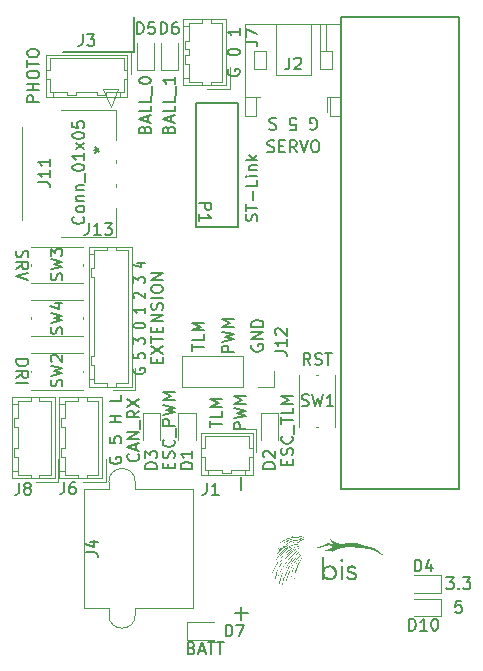
<source format=gbr>
%TF.GenerationSoftware,KiCad,Pcbnew,(6.0.8)*%
%TF.CreationDate,2023-04-16T02:33:25+09:00*%
%TF.ProjectId,ORION_sub_v2,4f52494f-4e5f-4737-9562-5f76322e6b69,rev?*%
%TF.SameCoordinates,Original*%
%TF.FileFunction,Legend,Top*%
%TF.FilePolarity,Positive*%
%FSLAX46Y46*%
G04 Gerber Fmt 4.6, Leading zero omitted, Abs format (unit mm)*
G04 Created by KiCad (PCBNEW (6.0.8)) date 2023-04-16 02:33:25*
%MOMM*%
%LPD*%
G01*
G04 APERTURE LIST*
%ADD10C,0.150000*%
%ADD11C,0.200000*%
%ADD12C,0.120000*%
G04 APERTURE END LIST*
D10*
X98000000Y-57500000D02*
X104000000Y-57500000D01*
X121500000Y-54500000D02*
X131500000Y-54500000D01*
X131500000Y-54500000D02*
X131500000Y-94500000D01*
X131500000Y-94500000D02*
X121500000Y-94500000D01*
X121500000Y-94500000D02*
X121500000Y-54500000D01*
X104000000Y-57500000D02*
X104000000Y-54500000D01*
X115309523Y-65904761D02*
X115452380Y-65952380D01*
X115690476Y-65952380D01*
X115785714Y-65904761D01*
X115833333Y-65857142D01*
X115880952Y-65761904D01*
X115880952Y-65666666D01*
X115833333Y-65571428D01*
X115785714Y-65523809D01*
X115690476Y-65476190D01*
X115500000Y-65428571D01*
X115404761Y-65380952D01*
X115357142Y-65333333D01*
X115309523Y-65238095D01*
X115309523Y-65142857D01*
X115357142Y-65047619D01*
X115404761Y-65000000D01*
X115500000Y-64952380D01*
X115738095Y-64952380D01*
X115880952Y-65000000D01*
X116309523Y-65428571D02*
X116642857Y-65428571D01*
X116785714Y-65952380D02*
X116309523Y-65952380D01*
X116309523Y-64952380D01*
X116785714Y-64952380D01*
X117785714Y-65952380D02*
X117452380Y-65476190D01*
X117214285Y-65952380D02*
X117214285Y-64952380D01*
X117595238Y-64952380D01*
X117690476Y-65000000D01*
X117738095Y-65047619D01*
X117785714Y-65142857D01*
X117785714Y-65285714D01*
X117738095Y-65380952D01*
X117690476Y-65428571D01*
X117595238Y-65476190D01*
X117214285Y-65476190D01*
X118071428Y-64952380D02*
X118404761Y-65952380D01*
X118738095Y-64952380D01*
X119261904Y-64952380D02*
X119452380Y-64952380D01*
X119547619Y-65000000D01*
X119642857Y-65095238D01*
X119690476Y-65285714D01*
X119690476Y-65619047D01*
X119642857Y-65809523D01*
X119547619Y-65904761D01*
X119452380Y-65952380D01*
X119261904Y-65952380D01*
X119166666Y-65904761D01*
X119071428Y-65809523D01*
X119023809Y-65619047D01*
X119023809Y-65285714D01*
X119071428Y-65095238D01*
X119166666Y-65000000D01*
X119261904Y-64952380D01*
X131738095Y-103952380D02*
X131261904Y-103952380D01*
X131214285Y-104428571D01*
X131261904Y-104380952D01*
X131357142Y-104333333D01*
X131595238Y-104333333D01*
X131690476Y-104380952D01*
X131738095Y-104428571D01*
X131785714Y-104523809D01*
X131785714Y-104761904D01*
X131738095Y-104857142D01*
X131690476Y-104904761D01*
X131595238Y-104952380D01*
X131357142Y-104952380D01*
X131261904Y-104904761D01*
X131214285Y-104857142D01*
X106928571Y-64023809D02*
X106976190Y-63880952D01*
X107023809Y-63833333D01*
X107119047Y-63785714D01*
X107261904Y-63785714D01*
X107357142Y-63833333D01*
X107404761Y-63880952D01*
X107452380Y-63976190D01*
X107452380Y-64357142D01*
X106452380Y-64357142D01*
X106452380Y-64023809D01*
X106500000Y-63928571D01*
X106547619Y-63880952D01*
X106642857Y-63833333D01*
X106738095Y-63833333D01*
X106833333Y-63880952D01*
X106880952Y-63928571D01*
X106928571Y-64023809D01*
X106928571Y-64357142D01*
X107166666Y-63404761D02*
X107166666Y-62928571D01*
X107452380Y-63500000D02*
X106452380Y-63166666D01*
X107452380Y-62833333D01*
X107452380Y-62023809D02*
X107452380Y-62500000D01*
X106452380Y-62500000D01*
X107452380Y-61214285D02*
X107452380Y-61690476D01*
X106452380Y-61690476D01*
X107547619Y-61119047D02*
X107547619Y-60357142D01*
X107452380Y-59595238D02*
X107452380Y-60166666D01*
X107452380Y-59880952D02*
X106452380Y-59880952D01*
X106595238Y-59976190D01*
X106690476Y-60071428D01*
X106738095Y-60166666D01*
X130452380Y-101952380D02*
X131071428Y-101952380D01*
X130738095Y-102333333D01*
X130880952Y-102333333D01*
X130976190Y-102380952D01*
X131023809Y-102428571D01*
X131071428Y-102523809D01*
X131071428Y-102761904D01*
X131023809Y-102857142D01*
X130976190Y-102904761D01*
X130880952Y-102952380D01*
X130595238Y-102952380D01*
X130500000Y-102904761D01*
X130452380Y-102857142D01*
X131500000Y-102857142D02*
X131547619Y-102904761D01*
X131500000Y-102952380D01*
X131452380Y-102904761D01*
X131500000Y-102857142D01*
X131500000Y-102952380D01*
X131880952Y-101952380D02*
X132500000Y-101952380D01*
X132166666Y-102333333D01*
X132309523Y-102333333D01*
X132404761Y-102380952D01*
X132452380Y-102428571D01*
X132500000Y-102523809D01*
X132500000Y-102761904D01*
X132452380Y-102857142D01*
X132404761Y-102904761D01*
X132309523Y-102952380D01*
X132023809Y-102952380D01*
X131928571Y-102904761D01*
X131880952Y-102857142D01*
X116928571Y-92428571D02*
X116928571Y-92095238D01*
X117452380Y-91952380D02*
X117452380Y-92428571D01*
X116452380Y-92428571D01*
X116452380Y-91952380D01*
X117404761Y-91571428D02*
X117452380Y-91428571D01*
X117452380Y-91190476D01*
X117404761Y-91095238D01*
X117357142Y-91047619D01*
X117261904Y-91000000D01*
X117166666Y-91000000D01*
X117071428Y-91047619D01*
X117023809Y-91095238D01*
X116976190Y-91190476D01*
X116928571Y-91380952D01*
X116880952Y-91476190D01*
X116833333Y-91523809D01*
X116738095Y-91571428D01*
X116642857Y-91571428D01*
X116547619Y-91523809D01*
X116500000Y-91476190D01*
X116452380Y-91380952D01*
X116452380Y-91142857D01*
X116500000Y-91000000D01*
X117357142Y-90000000D02*
X117404761Y-90047619D01*
X117452380Y-90190476D01*
X117452380Y-90285714D01*
X117404761Y-90428571D01*
X117309523Y-90523809D01*
X117214285Y-90571428D01*
X117023809Y-90619047D01*
X116880952Y-90619047D01*
X116690476Y-90571428D01*
X116595238Y-90523809D01*
X116500000Y-90428571D01*
X116452380Y-90285714D01*
X116452380Y-90190476D01*
X116500000Y-90047619D01*
X116547619Y-90000000D01*
X117547619Y-89809523D02*
X117547619Y-89047619D01*
X116452380Y-88952380D02*
X116452380Y-88380952D01*
X117452380Y-88666666D02*
X116452380Y-88666666D01*
X117452380Y-87571428D02*
X117452380Y-88047619D01*
X116452380Y-88047619D01*
X117452380Y-87238095D02*
X116452380Y-87238095D01*
X117166666Y-86904761D01*
X116452380Y-86571428D01*
X117452380Y-86571428D01*
X110452380Y-89261904D02*
X110452380Y-88690476D01*
X111452380Y-88976190D02*
X110452380Y-88976190D01*
X111452380Y-87880952D02*
X111452380Y-88357142D01*
X110452380Y-88357142D01*
X111452380Y-87547619D02*
X110452380Y-87547619D01*
X111166666Y-87214285D01*
X110452380Y-86880952D01*
X111452380Y-86880952D01*
D11*
X114404761Y-71785714D02*
X114452380Y-71642857D01*
X114452380Y-71404761D01*
X114404761Y-71309523D01*
X114357142Y-71261904D01*
X114261904Y-71214285D01*
X114166666Y-71214285D01*
X114071428Y-71261904D01*
X114023809Y-71309523D01*
X113976190Y-71404761D01*
X113928571Y-71595238D01*
X113880952Y-71690476D01*
X113833333Y-71738095D01*
X113738095Y-71785714D01*
X113642857Y-71785714D01*
X113547619Y-71738095D01*
X113500000Y-71690476D01*
X113452380Y-71595238D01*
X113452380Y-71357142D01*
X113500000Y-71214285D01*
X113452380Y-70928571D02*
X113452380Y-70357142D01*
X114452380Y-70642857D02*
X113452380Y-70642857D01*
X114071428Y-70023809D02*
X114071428Y-69261904D01*
X114452380Y-68309523D02*
X114452380Y-68785714D01*
X113452380Y-68785714D01*
X114452380Y-67976190D02*
X113785714Y-67976190D01*
X113452380Y-67976190D02*
X113500000Y-68023809D01*
X113547619Y-67976190D01*
X113500000Y-67928571D01*
X113452380Y-67976190D01*
X113547619Y-67976190D01*
X113785714Y-67500000D02*
X114452380Y-67500000D01*
X113880952Y-67500000D02*
X113833333Y-67452380D01*
X113785714Y-67357142D01*
X113785714Y-67214285D01*
X113833333Y-67119047D01*
X113928571Y-67071428D01*
X114452380Y-67071428D01*
X114452380Y-66595238D02*
X113452380Y-66595238D01*
X114071428Y-66500000D02*
X114452380Y-66214285D01*
X113785714Y-66214285D02*
X114166666Y-66595238D01*
D10*
X112452380Y-82904761D02*
X111452380Y-82904761D01*
X111452380Y-82523809D01*
X111500000Y-82428571D01*
X111547619Y-82380952D01*
X111642857Y-82333333D01*
X111785714Y-82333333D01*
X111880952Y-82380952D01*
X111928571Y-82428571D01*
X111976190Y-82523809D01*
X111976190Y-82904761D01*
X111452380Y-82000000D02*
X112452380Y-81761904D01*
X111738095Y-81571428D01*
X112452380Y-81380952D01*
X111452380Y-81142857D01*
X112452380Y-80761904D02*
X111452380Y-80761904D01*
X112166666Y-80428571D01*
X111452380Y-80095238D01*
X112452380Y-80095238D01*
X108880952Y-107928571D02*
X109023809Y-107976190D01*
X109071428Y-108023809D01*
X109119047Y-108119047D01*
X109119047Y-108261904D01*
X109071428Y-108357142D01*
X109023809Y-108404761D01*
X108928571Y-108452380D01*
X108547619Y-108452380D01*
X108547619Y-107452380D01*
X108880952Y-107452380D01*
X108976190Y-107500000D01*
X109023809Y-107547619D01*
X109071428Y-107642857D01*
X109071428Y-107738095D01*
X109023809Y-107833333D01*
X108976190Y-107880952D01*
X108880952Y-107928571D01*
X108547619Y-107928571D01*
X109500000Y-108166666D02*
X109976190Y-108166666D01*
X109404761Y-108452380D02*
X109738095Y-107452380D01*
X110071428Y-108452380D01*
X110261904Y-107452380D02*
X110833333Y-107452380D01*
X110547619Y-108452380D02*
X110547619Y-107452380D01*
X111023809Y-107452380D02*
X111595238Y-107452380D01*
X111309523Y-108452380D02*
X111309523Y-107452380D01*
X113452380Y-89404761D02*
X112452380Y-89404761D01*
X112452380Y-89023809D01*
X112500000Y-88928571D01*
X112547619Y-88880952D01*
X112642857Y-88833333D01*
X112785714Y-88833333D01*
X112880952Y-88880952D01*
X112928571Y-88928571D01*
X112976190Y-89023809D01*
X112976190Y-89404761D01*
X112452380Y-88500000D02*
X113452380Y-88261904D01*
X112738095Y-88071428D01*
X113452380Y-87880952D01*
X112452380Y-87642857D01*
X113452380Y-87261904D02*
X112452380Y-87261904D01*
X113166666Y-86928571D01*
X112452380Y-86595238D01*
X113452380Y-86595238D01*
X104928571Y-64023809D02*
X104976190Y-63880952D01*
X105023809Y-63833333D01*
X105119047Y-63785714D01*
X105261904Y-63785714D01*
X105357142Y-63833333D01*
X105404761Y-63880952D01*
X105452380Y-63976190D01*
X105452380Y-64357142D01*
X104452380Y-64357142D01*
X104452380Y-64023809D01*
X104500000Y-63928571D01*
X104547619Y-63880952D01*
X104642857Y-63833333D01*
X104738095Y-63833333D01*
X104833333Y-63880952D01*
X104880952Y-63928571D01*
X104928571Y-64023809D01*
X104928571Y-64357142D01*
X105166666Y-63404761D02*
X105166666Y-62928571D01*
X105452380Y-63500000D02*
X104452380Y-63166666D01*
X105452380Y-62833333D01*
X105452380Y-62023809D02*
X105452380Y-62500000D01*
X104452380Y-62500000D01*
X105452380Y-61214285D02*
X105452380Y-61690476D01*
X104452380Y-61690476D01*
X105547619Y-61119047D02*
X105547619Y-60357142D01*
X104452380Y-59928571D02*
X104452380Y-59833333D01*
X104500000Y-59738095D01*
X104547619Y-59690476D01*
X104642857Y-59642857D01*
X104833333Y-59595238D01*
X105071428Y-59595238D01*
X105261904Y-59642857D01*
X105357142Y-59690476D01*
X105404761Y-59738095D01*
X105452380Y-59833333D01*
X105452380Y-59928571D01*
X105404761Y-60023809D01*
X105357142Y-60071428D01*
X105261904Y-60119047D01*
X105071428Y-60166666D01*
X104833333Y-60166666D01*
X104642857Y-60119047D01*
X104547619Y-60071428D01*
X104500000Y-60023809D01*
X104452380Y-59928571D01*
X104357142Y-91500000D02*
X104404761Y-91547619D01*
X104452380Y-91690476D01*
X104452380Y-91785714D01*
X104404761Y-91928571D01*
X104309523Y-92023809D01*
X104214285Y-92071428D01*
X104023809Y-92119047D01*
X103880952Y-92119047D01*
X103690476Y-92071428D01*
X103595238Y-92023809D01*
X103500000Y-91928571D01*
X103452380Y-91785714D01*
X103452380Y-91690476D01*
X103500000Y-91547619D01*
X103547619Y-91500000D01*
X104166666Y-91119047D02*
X104166666Y-90642857D01*
X104452380Y-91214285D02*
X103452380Y-90880952D01*
X104452380Y-90547619D01*
X104452380Y-90214285D02*
X103452380Y-90214285D01*
X104452380Y-89642857D01*
X103452380Y-89642857D01*
X104547619Y-89404761D02*
X104547619Y-88642857D01*
X104452380Y-87833333D02*
X103976190Y-88166666D01*
X104452380Y-88404761D02*
X103452380Y-88404761D01*
X103452380Y-88023809D01*
X103500000Y-87928571D01*
X103547619Y-87880952D01*
X103642857Y-87833333D01*
X103785714Y-87833333D01*
X103880952Y-87880952D01*
X103928571Y-87928571D01*
X103976190Y-88023809D01*
X103976190Y-88404761D01*
X103452380Y-87500000D02*
X104452380Y-86833333D01*
X103452380Y-86833333D02*
X104452380Y-87500000D01*
X118952380Y-64000000D02*
X119047619Y-64047619D01*
X119190476Y-64047619D01*
X119333333Y-64000000D01*
X119428571Y-63904761D01*
X119476190Y-63809523D01*
X119523809Y-63619047D01*
X119523809Y-63476190D01*
X119476190Y-63285714D01*
X119428571Y-63190476D01*
X119333333Y-63095238D01*
X119190476Y-63047619D01*
X119095238Y-63047619D01*
X118952380Y-63095238D01*
X118904761Y-63142857D01*
X118904761Y-63476190D01*
X119095238Y-63476190D01*
X117238095Y-64047619D02*
X117714285Y-64047619D01*
X117761904Y-63571428D01*
X117714285Y-63619047D01*
X117619047Y-63666666D01*
X117380952Y-63666666D01*
X117285714Y-63619047D01*
X117238095Y-63571428D01*
X117190476Y-63476190D01*
X117190476Y-63238095D01*
X117238095Y-63142857D01*
X117285714Y-63095238D01*
X117380952Y-63047619D01*
X117619047Y-63047619D01*
X117714285Y-63095238D01*
X117761904Y-63142857D01*
X116047619Y-63095238D02*
X115904761Y-63047619D01*
X115666666Y-63047619D01*
X115571428Y-63095238D01*
X115523809Y-63142857D01*
X115476190Y-63238095D01*
X115476190Y-63333333D01*
X115523809Y-63428571D01*
X115571428Y-63476190D01*
X115666666Y-63523809D01*
X115857142Y-63571428D01*
X115952380Y-63619047D01*
X116000000Y-63666666D01*
X116047619Y-63761904D01*
X116047619Y-63857142D01*
X116000000Y-63952380D01*
X115952380Y-64000000D01*
X115857142Y-64047619D01*
X115619047Y-64047619D01*
X115476190Y-64000000D01*
X118952380Y-83952380D02*
X118619047Y-83476190D01*
X118380952Y-83952380D02*
X118380952Y-82952380D01*
X118761904Y-82952380D01*
X118857142Y-83000000D01*
X118904761Y-83047619D01*
X118952380Y-83142857D01*
X118952380Y-83285714D01*
X118904761Y-83380952D01*
X118857142Y-83428571D01*
X118761904Y-83476190D01*
X118380952Y-83476190D01*
X119333333Y-83904761D02*
X119476190Y-83952380D01*
X119714285Y-83952380D01*
X119809523Y-83904761D01*
X119857142Y-83857142D01*
X119904761Y-83761904D01*
X119904761Y-83666666D01*
X119857142Y-83571428D01*
X119809523Y-83523809D01*
X119714285Y-83476190D01*
X119523809Y-83428571D01*
X119428571Y-83380952D01*
X119380952Y-83333333D01*
X119333333Y-83238095D01*
X119333333Y-83142857D01*
X119380952Y-83047619D01*
X119428571Y-83000000D01*
X119523809Y-82952380D01*
X119761904Y-82952380D01*
X119904761Y-83000000D01*
X120190476Y-82952380D02*
X120761904Y-82952380D01*
X120476190Y-83952380D02*
X120476190Y-82952380D01*
X108952380Y-82761904D02*
X108952380Y-82190476D01*
X109952380Y-82476190D02*
X108952380Y-82476190D01*
X109952380Y-81380952D02*
X109952380Y-81857142D01*
X108952380Y-81857142D01*
X109952380Y-81047619D02*
X108952380Y-81047619D01*
X109666666Y-80714285D01*
X108952380Y-80380952D01*
X109952380Y-80380952D01*
X102000000Y-91785714D02*
X101952380Y-91880952D01*
X101952380Y-92023809D01*
X102000000Y-92166666D01*
X102095238Y-92261904D01*
X102190476Y-92309523D01*
X102380952Y-92357142D01*
X102523809Y-92357142D01*
X102714285Y-92309523D01*
X102809523Y-92261904D01*
X102904761Y-92166666D01*
X102952380Y-92023809D01*
X102952380Y-91928571D01*
X102904761Y-91785714D01*
X102857142Y-91738095D01*
X102523809Y-91738095D01*
X102523809Y-91928571D01*
X101952380Y-90071428D02*
X101952380Y-90547619D01*
X102428571Y-90595238D01*
X102380952Y-90547619D01*
X102333333Y-90452380D01*
X102333333Y-90214285D01*
X102380952Y-90119047D01*
X102428571Y-90071428D01*
X102523809Y-90023809D01*
X102761904Y-90023809D01*
X102857142Y-90071428D01*
X102904761Y-90119047D01*
X102952380Y-90214285D01*
X102952380Y-90452380D01*
X102904761Y-90547619D01*
X102857142Y-90595238D01*
X102952380Y-88833333D02*
X101952380Y-88833333D01*
X102428571Y-88833333D02*
X102428571Y-88261904D01*
X102952380Y-88261904D02*
X101952380Y-88261904D01*
X102952380Y-86547619D02*
X102952380Y-87023809D01*
X101952380Y-87023809D01*
X112000000Y-58952380D02*
X111952380Y-59047619D01*
X111952380Y-59190476D01*
X112000000Y-59333333D01*
X112095238Y-59428571D01*
X112190476Y-59476190D01*
X112380952Y-59523809D01*
X112523809Y-59523809D01*
X112714285Y-59476190D01*
X112809523Y-59428571D01*
X112904761Y-59333333D01*
X112952380Y-59190476D01*
X112952380Y-59095238D01*
X112904761Y-58952380D01*
X112857142Y-58904761D01*
X112523809Y-58904761D01*
X112523809Y-59095238D01*
X111952380Y-57523809D02*
X111952380Y-57428571D01*
X112000000Y-57333333D01*
X112047619Y-57285714D01*
X112142857Y-57238095D01*
X112333333Y-57190476D01*
X112571428Y-57190476D01*
X112761904Y-57238095D01*
X112857142Y-57285714D01*
X112904761Y-57333333D01*
X112952380Y-57428571D01*
X112952380Y-57523809D01*
X112904761Y-57619047D01*
X112857142Y-57666666D01*
X112761904Y-57714285D01*
X112571428Y-57761904D01*
X112333333Y-57761904D01*
X112142857Y-57714285D01*
X112047619Y-57666666D01*
X112000000Y-57619047D01*
X111952380Y-57523809D01*
X112952380Y-55476190D02*
X112952380Y-56047619D01*
X112952380Y-55761904D02*
X111952380Y-55761904D01*
X112095238Y-55857142D01*
X112190476Y-55952380D01*
X112238095Y-56047619D01*
X94095238Y-74285714D02*
X94047619Y-74428571D01*
X94047619Y-74666666D01*
X94095238Y-74761904D01*
X94142857Y-74809523D01*
X94238095Y-74857142D01*
X94333333Y-74857142D01*
X94428571Y-74809523D01*
X94476190Y-74761904D01*
X94523809Y-74666666D01*
X94571428Y-74476190D01*
X94619047Y-74380952D01*
X94666666Y-74333333D01*
X94761904Y-74285714D01*
X94857142Y-74285714D01*
X94952380Y-74333333D01*
X95000000Y-74380952D01*
X95047619Y-74476190D01*
X95047619Y-74714285D01*
X95000000Y-74857142D01*
X94047619Y-75857142D02*
X94523809Y-75523809D01*
X94047619Y-75285714D02*
X95047619Y-75285714D01*
X95047619Y-75666666D01*
X95000000Y-75761904D01*
X94952380Y-75809523D01*
X94857142Y-75857142D01*
X94714285Y-75857142D01*
X94619047Y-75809523D01*
X94571428Y-75761904D01*
X94523809Y-75666666D01*
X94523809Y-75285714D01*
X95047619Y-76142857D02*
X94047619Y-76476190D01*
X95047619Y-76809523D01*
X104000000Y-84303571D02*
X103952380Y-84375000D01*
X103952380Y-84482142D01*
X104000000Y-84589285D01*
X104095238Y-84660714D01*
X104190476Y-84696428D01*
X104380952Y-84732142D01*
X104523809Y-84732142D01*
X104714285Y-84696428D01*
X104809523Y-84660714D01*
X104904761Y-84589285D01*
X104952380Y-84482142D01*
X104952380Y-84410714D01*
X104904761Y-84303571D01*
X104857142Y-84267857D01*
X104523809Y-84267857D01*
X104523809Y-84410714D01*
X103952380Y-83017857D02*
X103952380Y-83375000D01*
X104428571Y-83410714D01*
X104380952Y-83375000D01*
X104333333Y-83303571D01*
X104333333Y-83125000D01*
X104380952Y-83053571D01*
X104428571Y-83017857D01*
X104523809Y-82982142D01*
X104761904Y-82982142D01*
X104857142Y-83017857D01*
X104904761Y-83053571D01*
X104952380Y-83125000D01*
X104952380Y-83303571D01*
X104904761Y-83375000D01*
X104857142Y-83410714D01*
X103952380Y-82160714D02*
X103952380Y-81696428D01*
X104333333Y-81946428D01*
X104333333Y-81839285D01*
X104380952Y-81767857D01*
X104428571Y-81732142D01*
X104523809Y-81696428D01*
X104761904Y-81696428D01*
X104857142Y-81732142D01*
X104904761Y-81767857D01*
X104952380Y-81839285D01*
X104952380Y-82053571D01*
X104904761Y-82125000D01*
X104857142Y-82160714D01*
X103952380Y-80660714D02*
X103952380Y-80589285D01*
X104000000Y-80517857D01*
X104047619Y-80482142D01*
X104142857Y-80446428D01*
X104333333Y-80410714D01*
X104571428Y-80410714D01*
X104761904Y-80446428D01*
X104857142Y-80482142D01*
X104904761Y-80517857D01*
X104952380Y-80589285D01*
X104952380Y-80660714D01*
X104904761Y-80732142D01*
X104857142Y-80767857D01*
X104761904Y-80803571D01*
X104571428Y-80839285D01*
X104333333Y-80839285D01*
X104142857Y-80803571D01*
X104047619Y-80767857D01*
X104000000Y-80732142D01*
X103952380Y-80660714D01*
X104952380Y-79125000D02*
X104952380Y-79553571D01*
X104952380Y-79339285D02*
X103952380Y-79339285D01*
X104095238Y-79410714D01*
X104190476Y-79482142D01*
X104238095Y-79553571D01*
X104047619Y-78267857D02*
X104000000Y-78232142D01*
X103952380Y-78160714D01*
X103952380Y-77982142D01*
X104000000Y-77910714D01*
X104047619Y-77875000D01*
X104142857Y-77839285D01*
X104238095Y-77839285D01*
X104380952Y-77875000D01*
X104952380Y-78303571D01*
X104952380Y-77839285D01*
X103952380Y-77017857D02*
X103952380Y-76553571D01*
X104333333Y-76803571D01*
X104333333Y-76696428D01*
X104380952Y-76625000D01*
X104428571Y-76589285D01*
X104523809Y-76553571D01*
X104761904Y-76553571D01*
X104857142Y-76589285D01*
X104904761Y-76625000D01*
X104952380Y-76696428D01*
X104952380Y-76910714D01*
X104904761Y-76982142D01*
X104857142Y-77017857D01*
X104285714Y-75339285D02*
X104952380Y-75339285D01*
X103904761Y-75517857D02*
X104619047Y-75696428D01*
X104619047Y-75232142D01*
X106928571Y-92714285D02*
X106928571Y-92380952D01*
X107452380Y-92238095D02*
X107452380Y-92714285D01*
X106452380Y-92714285D01*
X106452380Y-92238095D01*
X107404761Y-91857142D02*
X107452380Y-91714285D01*
X107452380Y-91476190D01*
X107404761Y-91380952D01*
X107357142Y-91333333D01*
X107261904Y-91285714D01*
X107166666Y-91285714D01*
X107071428Y-91333333D01*
X107023809Y-91380952D01*
X106976190Y-91476190D01*
X106928571Y-91666666D01*
X106880952Y-91761904D01*
X106833333Y-91809523D01*
X106738095Y-91857142D01*
X106642857Y-91857142D01*
X106547619Y-91809523D01*
X106500000Y-91761904D01*
X106452380Y-91666666D01*
X106452380Y-91428571D01*
X106500000Y-91285714D01*
X107357142Y-90285714D02*
X107404761Y-90333333D01*
X107452380Y-90476190D01*
X107452380Y-90571428D01*
X107404761Y-90714285D01*
X107309523Y-90809523D01*
X107214285Y-90857142D01*
X107023809Y-90904761D01*
X106880952Y-90904761D01*
X106690476Y-90857142D01*
X106595238Y-90809523D01*
X106500000Y-90714285D01*
X106452380Y-90571428D01*
X106452380Y-90476190D01*
X106500000Y-90333333D01*
X106547619Y-90285714D01*
X107547619Y-90095238D02*
X107547619Y-89333333D01*
X107452380Y-89095238D02*
X106452380Y-89095238D01*
X106452380Y-88714285D01*
X106500000Y-88619047D01*
X106547619Y-88571428D01*
X106642857Y-88523809D01*
X106785714Y-88523809D01*
X106880952Y-88571428D01*
X106928571Y-88619047D01*
X106976190Y-88714285D01*
X106976190Y-89095238D01*
X106452380Y-88190476D02*
X107452380Y-87952380D01*
X106738095Y-87761904D01*
X107452380Y-87571428D01*
X106452380Y-87333333D01*
X107452380Y-86952380D02*
X106452380Y-86952380D01*
X107166666Y-86619047D01*
X106452380Y-86285714D01*
X107452380Y-86285714D01*
X94047619Y-83500000D02*
X95047619Y-83500000D01*
X95047619Y-83738095D01*
X95000000Y-83880952D01*
X94904761Y-83976190D01*
X94809523Y-84023809D01*
X94619047Y-84071428D01*
X94476190Y-84071428D01*
X94285714Y-84023809D01*
X94190476Y-83976190D01*
X94095238Y-83880952D01*
X94047619Y-83738095D01*
X94047619Y-83500000D01*
X94047619Y-85071428D02*
X94523809Y-84738095D01*
X94047619Y-84500000D02*
X95047619Y-84500000D01*
X95047619Y-84880952D01*
X95000000Y-84976190D01*
X94952380Y-85023809D01*
X94857142Y-85071428D01*
X94714285Y-85071428D01*
X94619047Y-85023809D01*
X94571428Y-84976190D01*
X94523809Y-84880952D01*
X94523809Y-84500000D01*
X94047619Y-85500000D02*
X95047619Y-85500000D01*
X95952380Y-61714285D02*
X94952380Y-61714285D01*
X94952380Y-61333333D01*
X95000000Y-61238095D01*
X95047619Y-61190476D01*
X95142857Y-61142857D01*
X95285714Y-61142857D01*
X95380952Y-61190476D01*
X95428571Y-61238095D01*
X95476190Y-61333333D01*
X95476190Y-61714285D01*
X95952380Y-60714285D02*
X94952380Y-60714285D01*
X95428571Y-60714285D02*
X95428571Y-60142857D01*
X95952380Y-60142857D02*
X94952380Y-60142857D01*
X94952380Y-59476190D02*
X94952380Y-59285714D01*
X95000000Y-59190476D01*
X95095238Y-59095238D01*
X95285714Y-59047619D01*
X95619047Y-59047619D01*
X95809523Y-59095238D01*
X95904761Y-59190476D01*
X95952380Y-59285714D01*
X95952380Y-59476190D01*
X95904761Y-59571428D01*
X95809523Y-59666666D01*
X95619047Y-59714285D01*
X95285714Y-59714285D01*
X95095238Y-59666666D01*
X95000000Y-59571428D01*
X94952380Y-59476190D01*
X94952380Y-58761904D02*
X94952380Y-58190476D01*
X95952380Y-58476190D02*
X94952380Y-58476190D01*
X94952380Y-57666666D02*
X94952380Y-57476190D01*
X95000000Y-57380952D01*
X95095238Y-57285714D01*
X95285714Y-57238095D01*
X95619047Y-57238095D01*
X95809523Y-57285714D01*
X95904761Y-57380952D01*
X95952380Y-57476190D01*
X95952380Y-57666666D01*
X95904761Y-57761904D01*
X95809523Y-57857142D01*
X95619047Y-57904761D01*
X95285714Y-57904761D01*
X95095238Y-57857142D01*
X95000000Y-57761904D01*
X94952380Y-57666666D01*
X105928571Y-83809523D02*
X105928571Y-83476190D01*
X106452380Y-83333333D02*
X106452380Y-83809523D01*
X105452380Y-83809523D01*
X105452380Y-83333333D01*
X105452380Y-83000000D02*
X106452380Y-82333333D01*
X105452380Y-82333333D02*
X106452380Y-83000000D01*
X105452380Y-82095238D02*
X105452380Y-81523809D01*
X106452380Y-81809523D02*
X105452380Y-81809523D01*
X105928571Y-81190476D02*
X105928571Y-80857142D01*
X106452380Y-80714285D02*
X106452380Y-81190476D01*
X105452380Y-81190476D01*
X105452380Y-80714285D01*
X106452380Y-80285714D02*
X105452380Y-80285714D01*
X106452380Y-79714285D01*
X105452380Y-79714285D01*
X106404761Y-79285714D02*
X106452380Y-79142857D01*
X106452380Y-78904761D01*
X106404761Y-78809523D01*
X106357142Y-78761904D01*
X106261904Y-78714285D01*
X106166666Y-78714285D01*
X106071428Y-78761904D01*
X106023809Y-78809523D01*
X105976190Y-78904761D01*
X105928571Y-79095238D01*
X105880952Y-79190476D01*
X105833333Y-79238095D01*
X105738095Y-79285714D01*
X105642857Y-79285714D01*
X105547619Y-79238095D01*
X105500000Y-79190476D01*
X105452380Y-79095238D01*
X105452380Y-78857142D01*
X105500000Y-78714285D01*
X106452380Y-78285714D02*
X105452380Y-78285714D01*
X105452380Y-77619047D02*
X105452380Y-77428571D01*
X105500000Y-77333333D01*
X105595238Y-77238095D01*
X105785714Y-77190476D01*
X106119047Y-77190476D01*
X106309523Y-77238095D01*
X106404761Y-77333333D01*
X106452380Y-77428571D01*
X106452380Y-77619047D01*
X106404761Y-77714285D01*
X106309523Y-77809523D01*
X106119047Y-77857142D01*
X105785714Y-77857142D01*
X105595238Y-77809523D01*
X105500000Y-77714285D01*
X105452380Y-77619047D01*
X106452380Y-76761904D02*
X105452380Y-76761904D01*
X106452380Y-76190476D01*
X105452380Y-76190476D01*
X114000000Y-82261904D02*
X113952380Y-82357142D01*
X113952380Y-82500000D01*
X114000000Y-82642857D01*
X114095238Y-82738095D01*
X114190476Y-82785714D01*
X114380952Y-82833333D01*
X114523809Y-82833333D01*
X114714285Y-82785714D01*
X114809523Y-82738095D01*
X114904761Y-82642857D01*
X114952380Y-82500000D01*
X114952380Y-82404761D01*
X114904761Y-82261904D01*
X114857142Y-82214285D01*
X114523809Y-82214285D01*
X114523809Y-82404761D01*
X114952380Y-81785714D02*
X113952380Y-81785714D01*
X114952380Y-81214285D01*
X113952380Y-81214285D01*
X114952380Y-80738095D02*
X113952380Y-80738095D01*
X113952380Y-80500000D01*
X114000000Y-80357142D01*
X114095238Y-80261904D01*
X114190476Y-80214285D01*
X114380952Y-80166666D01*
X114523809Y-80166666D01*
X114714285Y-80214285D01*
X114809523Y-80261904D01*
X114904761Y-80357142D01*
X114952380Y-80500000D01*
X114952380Y-80738095D01*
%TO.C,SW2*%
X97904761Y-85783333D02*
X97952380Y-85640476D01*
X97952380Y-85402380D01*
X97904761Y-85307142D01*
X97857142Y-85259523D01*
X97761904Y-85211904D01*
X97666666Y-85211904D01*
X97571428Y-85259523D01*
X97523809Y-85307142D01*
X97476190Y-85402380D01*
X97428571Y-85592857D01*
X97380952Y-85688095D01*
X97333333Y-85735714D01*
X97238095Y-85783333D01*
X97142857Y-85783333D01*
X97047619Y-85735714D01*
X97000000Y-85688095D01*
X96952380Y-85592857D01*
X96952380Y-85354761D01*
X97000000Y-85211904D01*
X96952380Y-84878571D02*
X97952380Y-84640476D01*
X97238095Y-84450000D01*
X97952380Y-84259523D01*
X96952380Y-84021428D01*
X97047619Y-83688095D02*
X97000000Y-83640476D01*
X96952380Y-83545238D01*
X96952380Y-83307142D01*
X97000000Y-83211904D01*
X97047619Y-83164285D01*
X97142857Y-83116666D01*
X97238095Y-83116666D01*
X97380952Y-83164285D01*
X97952380Y-83735714D01*
X97952380Y-83116666D01*
%TO.C,D6*%
X106261904Y-55952380D02*
X106261904Y-54952380D01*
X106500000Y-54952380D01*
X106642857Y-55000000D01*
X106738095Y-55095238D01*
X106785714Y-55190476D01*
X106833333Y-55380952D01*
X106833333Y-55523809D01*
X106785714Y-55714285D01*
X106738095Y-55809523D01*
X106642857Y-55904761D01*
X106500000Y-55952380D01*
X106261904Y-55952380D01*
X107690476Y-54952380D02*
X107500000Y-54952380D01*
X107404761Y-55000000D01*
X107357142Y-55047619D01*
X107261904Y-55190476D01*
X107214285Y-55380952D01*
X107214285Y-55761904D01*
X107261904Y-55857142D01*
X107309523Y-55904761D01*
X107404761Y-55952380D01*
X107595238Y-55952380D01*
X107690476Y-55904761D01*
X107738095Y-55857142D01*
X107785714Y-55761904D01*
X107785714Y-55523809D01*
X107738095Y-55428571D01*
X107690476Y-55380952D01*
X107595238Y-55333333D01*
X107404761Y-55333333D01*
X107309523Y-55380952D01*
X107261904Y-55428571D01*
X107214285Y-55523809D01*
%TO.C,D7*%
X111761904Y-106952380D02*
X111761904Y-105952380D01*
X112000000Y-105952380D01*
X112142857Y-106000000D01*
X112238095Y-106095238D01*
X112285714Y-106190476D01*
X112333333Y-106380952D01*
X112333333Y-106523809D01*
X112285714Y-106714285D01*
X112238095Y-106809523D01*
X112142857Y-106904761D01*
X112000000Y-106952380D01*
X111761904Y-106952380D01*
X112666666Y-105952380D02*
X113333333Y-105952380D01*
X112904761Y-106952380D01*
%TO.C,J13*%
X100190476Y-71952380D02*
X100190476Y-72666666D01*
X100142857Y-72809523D01*
X100047619Y-72904761D01*
X99904761Y-72952380D01*
X99809523Y-72952380D01*
X101190476Y-72952380D02*
X100619047Y-72952380D01*
X100904761Y-72952380D02*
X100904761Y-71952380D01*
X100809523Y-72095238D01*
X100714285Y-72190476D01*
X100619047Y-72238095D01*
X101523809Y-71952380D02*
X102142857Y-71952380D01*
X101809523Y-72333333D01*
X101952380Y-72333333D01*
X102047619Y-72380952D01*
X102095238Y-72428571D01*
X102142857Y-72523809D01*
X102142857Y-72761904D01*
X102095238Y-72857142D01*
X102047619Y-72904761D01*
X101952380Y-72952380D01*
X101666666Y-72952380D01*
X101571428Y-72904761D01*
X101523809Y-72857142D01*
%TO.C,D5*%
X104261904Y-55952380D02*
X104261904Y-54952380D01*
X104500000Y-54952380D01*
X104642857Y-55000000D01*
X104738095Y-55095238D01*
X104785714Y-55190476D01*
X104833333Y-55380952D01*
X104833333Y-55523809D01*
X104785714Y-55714285D01*
X104738095Y-55809523D01*
X104642857Y-55904761D01*
X104500000Y-55952380D01*
X104261904Y-55952380D01*
X105738095Y-54952380D02*
X105261904Y-54952380D01*
X105214285Y-55428571D01*
X105261904Y-55380952D01*
X105357142Y-55333333D01*
X105595238Y-55333333D01*
X105690476Y-55380952D01*
X105738095Y-55428571D01*
X105785714Y-55523809D01*
X105785714Y-55761904D01*
X105738095Y-55857142D01*
X105690476Y-55904761D01*
X105595238Y-55952380D01*
X105357142Y-55952380D01*
X105261904Y-55904761D01*
X105214285Y-55857142D01*
%TO.C,SW3*%
X97904761Y-76783333D02*
X97952380Y-76640476D01*
X97952380Y-76402380D01*
X97904761Y-76307142D01*
X97857142Y-76259523D01*
X97761904Y-76211904D01*
X97666666Y-76211904D01*
X97571428Y-76259523D01*
X97523809Y-76307142D01*
X97476190Y-76402380D01*
X97428571Y-76592857D01*
X97380952Y-76688095D01*
X97333333Y-76735714D01*
X97238095Y-76783333D01*
X97142857Y-76783333D01*
X97047619Y-76735714D01*
X97000000Y-76688095D01*
X96952380Y-76592857D01*
X96952380Y-76354761D01*
X97000000Y-76211904D01*
X96952380Y-75878571D02*
X97952380Y-75640476D01*
X97238095Y-75450000D01*
X97952380Y-75259523D01*
X96952380Y-75021428D01*
X96952380Y-74735714D02*
X96952380Y-74116666D01*
X97333333Y-74450000D01*
X97333333Y-74307142D01*
X97380952Y-74211904D01*
X97428571Y-74164285D01*
X97523809Y-74116666D01*
X97761904Y-74116666D01*
X97857142Y-74164285D01*
X97904761Y-74211904D01*
X97952380Y-74307142D01*
X97952380Y-74592857D01*
X97904761Y-74688095D01*
X97857142Y-74735714D01*
%TO.C,J1*%
X110166666Y-93952380D02*
X110166666Y-94666666D01*
X110119047Y-94809523D01*
X110023809Y-94904761D01*
X109880952Y-94952380D01*
X109785714Y-94952380D01*
X111166666Y-94952380D02*
X110595238Y-94952380D01*
X110880952Y-94952380D02*
X110880952Y-93952380D01*
X110785714Y-94095238D01*
X110690476Y-94190476D01*
X110595238Y-94238095D01*
%TO.C,D10*%
X127285714Y-106452380D02*
X127285714Y-105452380D01*
X127523809Y-105452380D01*
X127666666Y-105500000D01*
X127761904Y-105595238D01*
X127809523Y-105690476D01*
X127857142Y-105880952D01*
X127857142Y-106023809D01*
X127809523Y-106214285D01*
X127761904Y-106309523D01*
X127666666Y-106404761D01*
X127523809Y-106452380D01*
X127285714Y-106452380D01*
X128809523Y-106452380D02*
X128238095Y-106452380D01*
X128523809Y-106452380D02*
X128523809Y-105452380D01*
X128428571Y-105595238D01*
X128333333Y-105690476D01*
X128238095Y-105738095D01*
X129428571Y-105452380D02*
X129523809Y-105452380D01*
X129619047Y-105500000D01*
X129666666Y-105547619D01*
X129714285Y-105642857D01*
X129761904Y-105833333D01*
X129761904Y-106071428D01*
X129714285Y-106261904D01*
X129666666Y-106357142D01*
X129619047Y-106404761D01*
X129523809Y-106452380D01*
X129428571Y-106452380D01*
X129333333Y-106404761D01*
X129285714Y-106357142D01*
X129238095Y-106261904D01*
X129190476Y-106071428D01*
X129190476Y-105833333D01*
X129238095Y-105642857D01*
X129285714Y-105547619D01*
X129333333Y-105500000D01*
X129428571Y-105452380D01*
%TO.C,J11*%
X95902380Y-68481023D02*
X96616666Y-68481023D01*
X96759523Y-68528642D01*
X96854761Y-68623880D01*
X96902380Y-68766738D01*
X96902380Y-68861976D01*
X96902380Y-67481023D02*
X96902380Y-68052452D01*
X96902380Y-67766738D02*
X95902380Y-67766738D01*
X96045238Y-67861976D01*
X96140476Y-67957214D01*
X96188095Y-68052452D01*
X96902380Y-66528642D02*
X96902380Y-67100071D01*
X96902380Y-66814357D02*
X95902380Y-66814357D01*
X96045238Y-66909595D01*
X96140476Y-67004833D01*
X96188095Y-67100071D01*
X99707142Y-71409595D02*
X99754761Y-71457214D01*
X99802380Y-71600071D01*
X99802380Y-71695309D01*
X99754761Y-71838166D01*
X99659523Y-71933404D01*
X99564285Y-71981023D01*
X99373809Y-72028642D01*
X99230952Y-72028642D01*
X99040476Y-71981023D01*
X98945238Y-71933404D01*
X98850000Y-71838166D01*
X98802380Y-71695309D01*
X98802380Y-71600071D01*
X98850000Y-71457214D01*
X98897619Y-71409595D01*
X99802380Y-70838166D02*
X99754761Y-70933404D01*
X99707142Y-70981023D01*
X99611904Y-71028642D01*
X99326190Y-71028642D01*
X99230952Y-70981023D01*
X99183333Y-70933404D01*
X99135714Y-70838166D01*
X99135714Y-70695309D01*
X99183333Y-70600071D01*
X99230952Y-70552452D01*
X99326190Y-70504833D01*
X99611904Y-70504833D01*
X99707142Y-70552452D01*
X99754761Y-70600071D01*
X99802380Y-70695309D01*
X99802380Y-70838166D01*
X99135714Y-70076261D02*
X99802380Y-70076261D01*
X99230952Y-70076261D02*
X99183333Y-70028642D01*
X99135714Y-69933404D01*
X99135714Y-69790547D01*
X99183333Y-69695309D01*
X99278571Y-69647690D01*
X99802380Y-69647690D01*
X99135714Y-69171500D02*
X99802380Y-69171500D01*
X99230952Y-69171500D02*
X99183333Y-69123880D01*
X99135714Y-69028642D01*
X99135714Y-68885785D01*
X99183333Y-68790547D01*
X99278571Y-68742928D01*
X99802380Y-68742928D01*
X99897619Y-68504833D02*
X99897619Y-67742928D01*
X98802380Y-67314357D02*
X98802380Y-67219119D01*
X98850000Y-67123880D01*
X98897619Y-67076261D01*
X98992857Y-67028642D01*
X99183333Y-66981023D01*
X99421428Y-66981023D01*
X99611904Y-67028642D01*
X99707142Y-67076261D01*
X99754761Y-67123880D01*
X99802380Y-67219119D01*
X99802380Y-67314357D01*
X99754761Y-67409595D01*
X99707142Y-67457214D01*
X99611904Y-67504833D01*
X99421428Y-67552452D01*
X99183333Y-67552452D01*
X98992857Y-67504833D01*
X98897619Y-67457214D01*
X98850000Y-67409595D01*
X98802380Y-67314357D01*
X99802380Y-66028642D02*
X99802380Y-66600071D01*
X99802380Y-66314357D02*
X98802380Y-66314357D01*
X98945238Y-66409595D01*
X99040476Y-66504833D01*
X99088095Y-66600071D01*
X99802380Y-65695309D02*
X99135714Y-65171500D01*
X99135714Y-65695309D02*
X99802380Y-65171500D01*
X98802380Y-64600071D02*
X98802380Y-64504833D01*
X98850000Y-64409595D01*
X98897619Y-64361976D01*
X98992857Y-64314357D01*
X99183333Y-64266738D01*
X99421428Y-64266738D01*
X99611904Y-64314357D01*
X99707142Y-64361976D01*
X99754761Y-64409595D01*
X99802380Y-64504833D01*
X99802380Y-64600071D01*
X99754761Y-64695309D01*
X99707142Y-64742928D01*
X99611904Y-64790547D01*
X99421428Y-64838166D01*
X99183333Y-64838166D01*
X98992857Y-64790547D01*
X98897619Y-64742928D01*
X98850000Y-64695309D01*
X98802380Y-64600071D01*
X98802380Y-63361976D02*
X98802380Y-63838166D01*
X99278571Y-63885785D01*
X99230952Y-63838166D01*
X99183333Y-63742928D01*
X99183333Y-63504833D01*
X99230952Y-63409595D01*
X99278571Y-63361976D01*
X99373809Y-63314357D01*
X99611904Y-63314357D01*
X99707142Y-63361976D01*
X99754761Y-63409595D01*
X99802380Y-63504833D01*
X99802380Y-63742928D01*
X99754761Y-63838166D01*
X99707142Y-63885785D01*
X100602380Y-65771500D02*
X100840476Y-65771500D01*
X100745238Y-66009595D02*
X100840476Y-65771500D01*
X100745238Y-65533404D01*
X101030952Y-65914357D02*
X100840476Y-65771500D01*
X101030952Y-65628642D01*
%TO.C,D3*%
X105952380Y-92773095D02*
X104952380Y-92773095D01*
X104952380Y-92535000D01*
X105000000Y-92392142D01*
X105095238Y-92296904D01*
X105190476Y-92249285D01*
X105380952Y-92201666D01*
X105523809Y-92201666D01*
X105714285Y-92249285D01*
X105809523Y-92296904D01*
X105904761Y-92392142D01*
X105952380Y-92535000D01*
X105952380Y-92773095D01*
X104952380Y-91868333D02*
X104952380Y-91249285D01*
X105333333Y-91582619D01*
X105333333Y-91439761D01*
X105380952Y-91344523D01*
X105428571Y-91296904D01*
X105523809Y-91249285D01*
X105761904Y-91249285D01*
X105857142Y-91296904D01*
X105904761Y-91344523D01*
X105952380Y-91439761D01*
X105952380Y-91725476D01*
X105904761Y-91820714D01*
X105857142Y-91868333D01*
%TO.C,SW4*%
X97904761Y-81333333D02*
X97952380Y-81190476D01*
X97952380Y-80952380D01*
X97904761Y-80857142D01*
X97857142Y-80809523D01*
X97761904Y-80761904D01*
X97666666Y-80761904D01*
X97571428Y-80809523D01*
X97523809Y-80857142D01*
X97476190Y-80952380D01*
X97428571Y-81142857D01*
X97380952Y-81238095D01*
X97333333Y-81285714D01*
X97238095Y-81333333D01*
X97142857Y-81333333D01*
X97047619Y-81285714D01*
X97000000Y-81238095D01*
X96952380Y-81142857D01*
X96952380Y-80904761D01*
X97000000Y-80761904D01*
X96952380Y-80428571D02*
X97952380Y-80190476D01*
X97238095Y-80000000D01*
X97952380Y-79809523D01*
X96952380Y-79571428D01*
X97285714Y-78761904D02*
X97952380Y-78761904D01*
X96904761Y-79000000D02*
X97619047Y-79238095D01*
X97619047Y-78619047D01*
%TO.C,J6*%
X98091666Y-93892380D02*
X98091666Y-94606666D01*
X98044047Y-94749523D01*
X97948809Y-94844761D01*
X97805952Y-94892380D01*
X97710714Y-94892380D01*
X98996428Y-93892380D02*
X98805952Y-93892380D01*
X98710714Y-93940000D01*
X98663095Y-93987619D01*
X98567857Y-94130476D01*
X98520238Y-94320952D01*
X98520238Y-94701904D01*
X98567857Y-94797142D01*
X98615476Y-94844761D01*
X98710714Y-94892380D01*
X98901190Y-94892380D01*
X98996428Y-94844761D01*
X99044047Y-94797142D01*
X99091666Y-94701904D01*
X99091666Y-94463809D01*
X99044047Y-94368571D01*
X98996428Y-94320952D01*
X98901190Y-94273333D01*
X98710714Y-94273333D01*
X98615476Y-94320952D01*
X98567857Y-94368571D01*
X98520238Y-94463809D01*
%TO.C,D2*%
X115952380Y-92738095D02*
X114952380Y-92738095D01*
X114952380Y-92500000D01*
X115000000Y-92357142D01*
X115095238Y-92261904D01*
X115190476Y-92214285D01*
X115380952Y-92166666D01*
X115523809Y-92166666D01*
X115714285Y-92214285D01*
X115809523Y-92261904D01*
X115904761Y-92357142D01*
X115952380Y-92500000D01*
X115952380Y-92738095D01*
X115047619Y-91785714D02*
X115000000Y-91738095D01*
X114952380Y-91642857D01*
X114952380Y-91404761D01*
X115000000Y-91309523D01*
X115047619Y-91261904D01*
X115142857Y-91214285D01*
X115238095Y-91214285D01*
X115380952Y-91261904D01*
X115952380Y-91833333D01*
X115952380Y-91214285D01*
%TO.C,J3*%
X99666666Y-55952380D02*
X99666666Y-56666666D01*
X99619047Y-56809523D01*
X99523809Y-56904761D01*
X99380952Y-56952380D01*
X99285714Y-56952380D01*
X100047619Y-55952380D02*
X100666666Y-55952380D01*
X100333333Y-56333333D01*
X100476190Y-56333333D01*
X100571428Y-56380952D01*
X100619047Y-56428571D01*
X100666666Y-56523809D01*
X100666666Y-56761904D01*
X100619047Y-56857142D01*
X100571428Y-56904761D01*
X100476190Y-56952380D01*
X100190476Y-56952380D01*
X100095238Y-56904761D01*
X100047619Y-56857142D01*
%TO.C,J12*%
X115952380Y-82809523D02*
X116666666Y-82809523D01*
X116809523Y-82857142D01*
X116904761Y-82952380D01*
X116952380Y-83095238D01*
X116952380Y-83190476D01*
X116952380Y-81809523D02*
X116952380Y-82380952D01*
X116952380Y-82095238D02*
X115952380Y-82095238D01*
X116095238Y-82190476D01*
X116190476Y-82285714D01*
X116238095Y-82380952D01*
X116047619Y-81428571D02*
X116000000Y-81380952D01*
X115952380Y-81285714D01*
X115952380Y-81047619D01*
X116000000Y-80952380D01*
X116047619Y-80904761D01*
X116142857Y-80857142D01*
X116238095Y-80857142D01*
X116380952Y-80904761D01*
X116952380Y-81476190D01*
X116952380Y-80857142D01*
%TO.C,J7*%
X113452380Y-56583333D02*
X114166666Y-56583333D01*
X114309523Y-56630952D01*
X114404761Y-56726190D01*
X114452380Y-56869047D01*
X114452380Y-56964285D01*
X113452380Y-56202380D02*
X113452380Y-55535714D01*
X114452380Y-55964285D01*
%TO.C,D4*%
X127761904Y-101452380D02*
X127761904Y-100452380D01*
X128000000Y-100452380D01*
X128142857Y-100500000D01*
X128238095Y-100595238D01*
X128285714Y-100690476D01*
X128333333Y-100880952D01*
X128333333Y-101023809D01*
X128285714Y-101214285D01*
X128238095Y-101309523D01*
X128142857Y-101404761D01*
X128000000Y-101452380D01*
X127761904Y-101452380D01*
X129190476Y-100785714D02*
X129190476Y-101452380D01*
X128952380Y-100404761D02*
X128714285Y-101119047D01*
X129333333Y-101119047D01*
%TO.C,SW1*%
X118216666Y-87404761D02*
X118359523Y-87452380D01*
X118597619Y-87452380D01*
X118692857Y-87404761D01*
X118740476Y-87357142D01*
X118788095Y-87261904D01*
X118788095Y-87166666D01*
X118740476Y-87071428D01*
X118692857Y-87023809D01*
X118597619Y-86976190D01*
X118407142Y-86928571D01*
X118311904Y-86880952D01*
X118264285Y-86833333D01*
X118216666Y-86738095D01*
X118216666Y-86642857D01*
X118264285Y-86547619D01*
X118311904Y-86500000D01*
X118407142Y-86452380D01*
X118645238Y-86452380D01*
X118788095Y-86500000D01*
X119121428Y-86452380D02*
X119359523Y-87452380D01*
X119550000Y-86738095D01*
X119740476Y-87452380D01*
X119978571Y-86452380D01*
X120883333Y-87452380D02*
X120311904Y-87452380D01*
X120597619Y-87452380D02*
X120597619Y-86452380D01*
X120502380Y-86595238D01*
X120407142Y-86690476D01*
X120311904Y-86738095D01*
%TO.C,J2*%
X117166666Y-57952380D02*
X117166666Y-58666666D01*
X117119047Y-58809523D01*
X117023809Y-58904761D01*
X116880952Y-58952380D01*
X116785714Y-58952380D01*
X117595238Y-58047619D02*
X117642857Y-58000000D01*
X117738095Y-57952380D01*
X117976190Y-57952380D01*
X118071428Y-58000000D01*
X118119047Y-58047619D01*
X118166666Y-58142857D01*
X118166666Y-58238095D01*
X118119047Y-58380952D01*
X117547619Y-58952380D01*
X118166666Y-58952380D01*
%TO.C,J4*%
X99952380Y-99833333D02*
X100666666Y-99833333D01*
X100809523Y-99880952D01*
X100904761Y-99976190D01*
X100952380Y-100119047D01*
X100952380Y-100214285D01*
X100285714Y-98928571D02*
X100952380Y-98928571D01*
X99904761Y-99166666D02*
X100619047Y-99404761D01*
X100619047Y-98785714D01*
X113107142Y-105571428D02*
X113107142Y-104428571D01*
X113678571Y-105000000D02*
X112535714Y-105000000D01*
X113107142Y-94571428D02*
X113107142Y-93428571D01*
%TO.C,J8*%
X94281666Y-93952380D02*
X94281666Y-94666666D01*
X94234047Y-94809523D01*
X94138809Y-94904761D01*
X93995952Y-94952380D01*
X93900714Y-94952380D01*
X94900714Y-94380952D02*
X94805476Y-94333333D01*
X94757857Y-94285714D01*
X94710238Y-94190476D01*
X94710238Y-94142857D01*
X94757857Y-94047619D01*
X94805476Y-94000000D01*
X94900714Y-93952380D01*
X95091190Y-93952380D01*
X95186428Y-94000000D01*
X95234047Y-94047619D01*
X95281666Y-94142857D01*
X95281666Y-94190476D01*
X95234047Y-94285714D01*
X95186428Y-94333333D01*
X95091190Y-94380952D01*
X94900714Y-94380952D01*
X94805476Y-94428571D01*
X94757857Y-94476190D01*
X94710238Y-94571428D01*
X94710238Y-94761904D01*
X94757857Y-94857142D01*
X94805476Y-94904761D01*
X94900714Y-94952380D01*
X95091190Y-94952380D01*
X95186428Y-94904761D01*
X95234047Y-94857142D01*
X95281666Y-94761904D01*
X95281666Y-94571428D01*
X95234047Y-94476190D01*
X95186428Y-94428571D01*
X95091190Y-94380952D01*
%TO.C,D1*%
X108952380Y-92773095D02*
X107952380Y-92773095D01*
X107952380Y-92535000D01*
X108000000Y-92392142D01*
X108095238Y-92296904D01*
X108190476Y-92249285D01*
X108380952Y-92201666D01*
X108523809Y-92201666D01*
X108714285Y-92249285D01*
X108809523Y-92296904D01*
X108904761Y-92392142D01*
X108952380Y-92535000D01*
X108952380Y-92773095D01*
X108952380Y-91249285D02*
X108952380Y-91820714D01*
X108952380Y-91535000D02*
X107952380Y-91535000D01*
X108095238Y-91630238D01*
X108190476Y-91725476D01*
X108238095Y-91820714D01*
%TO.C,P1*%
X109547619Y-70261904D02*
X110547619Y-70261904D01*
X110547619Y-70642857D01*
X110500000Y-70738095D01*
X110452380Y-70785714D01*
X110357142Y-70833333D01*
X110214285Y-70833333D01*
X110119047Y-70785714D01*
X110071428Y-70738095D01*
X110023809Y-70642857D01*
X110023809Y-70261904D01*
X109547619Y-71785714D02*
X109547619Y-71214285D01*
X109547619Y-71500000D02*
X110547619Y-71500000D01*
X110404761Y-71404761D01*
X110309523Y-71309523D01*
X110261904Y-71214285D01*
D12*
%TO.C,SW2*%
X95300000Y-84550000D02*
X95300000Y-84450000D01*
X99700000Y-84550000D02*
X99700000Y-84450000D01*
X99700000Y-82950000D02*
X95300000Y-82950000D01*
X95300000Y-86050000D02*
X99700000Y-86050000D01*
%TO.C,D6*%
X106265000Y-58985000D02*
X107735000Y-58985000D01*
X107735000Y-58985000D02*
X107735000Y-56700000D01*
X106265000Y-56700000D02*
X106265000Y-58985000D01*
%TO.C,D7*%
X108515000Y-105765000D02*
X108515000Y-107235000D01*
X110800000Y-105765000D02*
X108515000Y-105765000D01*
X108515000Y-107235000D02*
X110800000Y-107235000D01*
%TO.C,J13*%
X101750000Y-85500000D02*
X100650000Y-85500000D01*
X100350000Y-76500000D02*
X100350000Y-75750000D01*
X102200000Y-86110000D02*
X104110000Y-86110000D01*
X100650000Y-85200000D02*
X100650000Y-84000000D01*
X100650000Y-75750000D02*
X100650000Y-74550000D01*
X100350000Y-75750000D02*
X100650000Y-75750000D01*
X100650000Y-85500000D02*
X100650000Y-85200000D01*
X102500000Y-85500000D02*
X103500000Y-85500000D01*
X102500000Y-85800000D02*
X102500000Y-85500000D01*
X103500000Y-85500000D02*
X103500000Y-74250000D01*
X101750000Y-73950000D02*
X101750000Y-74250000D01*
X103800000Y-73950000D02*
X100200000Y-73950000D01*
X100650000Y-84000000D02*
X100350000Y-84000000D01*
X101750000Y-74250000D02*
X100650000Y-74250000D01*
X100350000Y-84000000D02*
X100350000Y-83250000D01*
X103500000Y-74250000D02*
X102500000Y-74250000D01*
X100350000Y-83250000D02*
X100650000Y-83250000D01*
X102500000Y-74250000D02*
X102500000Y-73950000D01*
X100200000Y-73950000D02*
X100200000Y-85800000D01*
X101750000Y-85800000D02*
X101750000Y-85500000D01*
X100200000Y-85800000D02*
X103800000Y-85800000D01*
X100650000Y-74250000D02*
X100650000Y-74550000D01*
X103800000Y-85800000D02*
X103800000Y-73950000D01*
X100650000Y-83250000D02*
X100650000Y-76500000D01*
X104110000Y-86110000D02*
X104110000Y-84200000D01*
X100650000Y-85200000D02*
X100200000Y-85200000D01*
X100650000Y-76500000D02*
X100350000Y-76500000D01*
X100650000Y-74550000D02*
X100200000Y-74550000D01*
%TO.C,D5*%
X104265000Y-58985000D02*
X105735000Y-58985000D01*
X104265000Y-56700000D02*
X104265000Y-58985000D01*
X105735000Y-58985000D02*
X105735000Y-56700000D01*
%TO.C,SW3*%
X99700000Y-73950000D02*
X95300000Y-73950000D01*
X95300000Y-75550000D02*
X95300000Y-75450000D01*
X95300000Y-77050000D02*
X99700000Y-77050000D01*
X99700000Y-75550000D02*
X99700000Y-75450000D01*
%TO.C,J1*%
X113450000Y-92850000D02*
X113450000Y-93300000D01*
X110000000Y-90000000D02*
X110000000Y-91000000D01*
X114050000Y-93300000D02*
X114050000Y-89700000D01*
X110000000Y-91750000D02*
X110000000Y-92850000D01*
X114360000Y-89390000D02*
X112450000Y-89390000D01*
X114360000Y-91300000D02*
X114360000Y-89390000D01*
X109700000Y-91750000D02*
X110000000Y-91750000D01*
X113450000Y-92850000D02*
X112250000Y-92850000D01*
X113750000Y-91000000D02*
X113750000Y-90000000D01*
X110300000Y-92850000D02*
X110300000Y-93300000D01*
X109700000Y-89700000D02*
X109700000Y-93300000D01*
X114050000Y-91750000D02*
X113750000Y-91750000D01*
X114050000Y-89700000D02*
X109700000Y-89700000D01*
X114050000Y-91000000D02*
X113750000Y-91000000D01*
X112250000Y-93150000D02*
X111500000Y-93150000D01*
X111500000Y-93150000D02*
X111500000Y-92850000D01*
X109700000Y-93300000D02*
X114050000Y-93300000D01*
X110000000Y-91000000D02*
X109700000Y-91000000D01*
X111500000Y-92850000D02*
X110300000Y-92850000D01*
X113750000Y-90000000D02*
X110000000Y-90000000D01*
X112250000Y-92850000D02*
X112250000Y-93150000D01*
X113750000Y-91750000D02*
X113750000Y-92850000D01*
X113750000Y-92850000D02*
X113450000Y-92850000D01*
X110000000Y-92850000D02*
X110300000Y-92850000D01*
%TO.C,D10*%
X127700000Y-105235000D02*
X129985000Y-105235000D01*
X129985000Y-105235000D02*
X129985000Y-103765000D01*
X129985000Y-103765000D02*
X127700000Y-103765000D01*
%TO.C,J11*%
X102475000Y-62396511D02*
X97845040Y-62396511D01*
X101415000Y-60618511D02*
X102685000Y-60618511D01*
X102475000Y-66901461D02*
X102475000Y-66641540D01*
X97845040Y-73146489D02*
X102475000Y-73146489D01*
X94525000Y-63855518D02*
X94525000Y-71687482D01*
X102475000Y-64901460D02*
X102475000Y-62396511D01*
X102475000Y-68901460D02*
X102475000Y-68641541D01*
X102050000Y-62142511D02*
X101415000Y-60618511D01*
X102685000Y-60618511D02*
X102050000Y-62142511D01*
X102475000Y-73146489D02*
X102475000Y-70641540D01*
%TO.C,D3*%
X104765000Y-88050000D02*
X104765000Y-90335000D01*
X106235000Y-90335000D02*
X106235000Y-88050000D01*
X106235000Y-88050000D02*
X104765000Y-88050000D01*
%TO.C,SW4*%
X95300000Y-80050000D02*
X95300000Y-79950000D01*
X99700000Y-78450000D02*
X95300000Y-78450000D01*
X95300000Y-81550000D02*
X99700000Y-81550000D01*
X99700000Y-80050000D02*
X99700000Y-79950000D01*
%TO.C,J6*%
X98150000Y-91000000D02*
X98150000Y-89250000D01*
X100000000Y-93250000D02*
X101000000Y-93250000D01*
X98150000Y-89250000D02*
X97850000Y-89250000D01*
X97850000Y-91000000D02*
X98150000Y-91000000D01*
X98150000Y-87300000D02*
X97700000Y-87300000D01*
X98150000Y-87000000D02*
X98150000Y-87300000D01*
X99700000Y-93860000D02*
X101610000Y-93860000D01*
X97850000Y-89250000D02*
X97850000Y-88500000D01*
X97700000Y-86700000D02*
X97700000Y-93550000D01*
X97850000Y-91750000D02*
X97850000Y-91000000D01*
X97700000Y-93550000D02*
X101300000Y-93550000D01*
X98150000Y-91750000D02*
X97850000Y-91750000D01*
X101000000Y-93250000D02*
X101000000Y-87000000D01*
X101000000Y-87000000D02*
X100000000Y-87000000D01*
X99250000Y-87000000D02*
X98150000Y-87000000D01*
X100000000Y-87000000D02*
X100000000Y-86700000D01*
X99250000Y-93550000D02*
X99250000Y-93250000D01*
X100000000Y-93550000D02*
X100000000Y-93250000D01*
X101610000Y-93860000D02*
X101610000Y-91950000D01*
X98150000Y-92950000D02*
X98150000Y-91750000D01*
X98150000Y-92950000D02*
X97700000Y-92950000D01*
X97850000Y-88500000D02*
X98150000Y-88500000D01*
X101300000Y-93550000D02*
X101300000Y-86700000D01*
X99250000Y-86700000D02*
X99250000Y-87000000D01*
X98150000Y-88500000D02*
X98150000Y-87300000D01*
X101300000Y-86700000D02*
X97700000Y-86700000D01*
X99250000Y-93250000D02*
X98150000Y-93250000D01*
X98150000Y-93250000D02*
X98150000Y-92950000D01*
%TO.C,D2*%
X116235000Y-88015000D02*
X114765000Y-88015000D01*
X116235000Y-90300000D02*
X116235000Y-88015000D01*
X114765000Y-88015000D02*
X114765000Y-90300000D01*
%TO.C,J3*%
X97175000Y-60850000D02*
X97175000Y-61300000D01*
X100875000Y-60850000D02*
X99125000Y-60850000D01*
X103425000Y-59000000D02*
X103125000Y-59000000D01*
X102825000Y-60850000D02*
X101625000Y-60850000D01*
X98375000Y-61150000D02*
X98375000Y-60850000D01*
X101625000Y-61150000D02*
X100875000Y-61150000D01*
X100875000Y-61150000D02*
X100875000Y-60850000D01*
X98375000Y-60850000D02*
X97175000Y-60850000D01*
X103425000Y-61300000D02*
X103425000Y-57700000D01*
X103425000Y-57700000D02*
X96575000Y-57700000D01*
X101625000Y-60850000D02*
X101625000Y-61150000D01*
X99125000Y-60850000D02*
X99125000Y-61150000D01*
X96875000Y-60850000D02*
X97175000Y-60850000D01*
X96575000Y-57700000D02*
X96575000Y-61300000D01*
X103425000Y-59750000D02*
X103125000Y-59750000D01*
X103125000Y-59750000D02*
X103125000Y-60850000D01*
X96575000Y-61300000D02*
X103425000Y-61300000D01*
X103735000Y-59300000D02*
X103735000Y-57390000D01*
X102825000Y-60850000D02*
X102825000Y-61300000D01*
X96575000Y-59750000D02*
X96875000Y-59750000D01*
X103735000Y-57390000D02*
X101825000Y-57390000D01*
X103125000Y-58000000D02*
X96875000Y-58000000D01*
X96875000Y-59000000D02*
X96575000Y-59000000D01*
X96875000Y-58000000D02*
X96875000Y-59000000D01*
X96875000Y-59750000D02*
X96875000Y-60850000D01*
X99125000Y-61150000D02*
X98375000Y-61150000D01*
X103125000Y-59000000D02*
X103125000Y-58000000D01*
X103125000Y-60850000D02*
X102825000Y-60850000D01*
%TO.C,J12*%
X113230000Y-85830000D02*
X108090000Y-85830000D01*
X113230000Y-83170000D02*
X108090000Y-83170000D01*
X115830000Y-85830000D02*
X114500000Y-85830000D01*
X113230000Y-83170000D02*
X113230000Y-85830000D01*
X108090000Y-83170000D02*
X108090000Y-85830000D01*
X115830000Y-84500000D02*
X115830000Y-85830000D01*
%TO.C,J7*%
X111500000Y-55000000D02*
X110500000Y-55000000D01*
X108650000Y-57750000D02*
X108650000Y-57250000D01*
X108350000Y-56500000D02*
X108650000Y-56500000D01*
X108650000Y-55300000D02*
X108200000Y-55300000D01*
X110500000Y-55000000D02*
X110500000Y-54700000D01*
X109750000Y-60300000D02*
X109750000Y-60000000D01*
X111800000Y-60300000D02*
X111800000Y-54700000D01*
X110500000Y-60300000D02*
X110500000Y-60000000D01*
X108200000Y-60300000D02*
X111800000Y-60300000D01*
X108200000Y-54700000D02*
X108200000Y-60300000D01*
X108650000Y-55000000D02*
X108650000Y-55300000D01*
X108650000Y-58500000D02*
X108350000Y-58500000D01*
X111800000Y-54700000D02*
X108200000Y-54700000D01*
X108650000Y-60000000D02*
X108650000Y-59700000D01*
X108650000Y-56500000D02*
X108650000Y-55300000D01*
X109750000Y-55000000D02*
X108650000Y-55000000D01*
X110500000Y-60000000D02*
X111500000Y-60000000D01*
X108650000Y-57250000D02*
X108350000Y-57250000D01*
X108650000Y-59700000D02*
X108650000Y-58500000D01*
X108650000Y-59700000D02*
X108200000Y-59700000D01*
X109750000Y-60000000D02*
X108650000Y-60000000D01*
X111500000Y-60000000D02*
X111500000Y-55000000D01*
X108350000Y-57750000D02*
X108650000Y-57750000D01*
X110200000Y-60610000D02*
X112110000Y-60610000D01*
X108350000Y-58500000D02*
X108350000Y-57750000D01*
X108350000Y-57250000D02*
X108350000Y-56500000D01*
X112110000Y-60610000D02*
X112110000Y-58700000D01*
X109750000Y-54700000D02*
X109750000Y-55000000D01*
%TO.C,D4*%
X129985000Y-101765000D02*
X127700000Y-101765000D01*
X127700000Y-103235000D02*
X129985000Y-103235000D01*
X129985000Y-103235000D02*
X129985000Y-101765000D01*
%TO.C,SW1*%
X119550000Y-89200000D02*
X119450000Y-89200000D01*
X119550000Y-84800000D02*
X119450000Y-84800000D01*
X117950000Y-84800000D02*
X117950000Y-89200000D01*
X121050000Y-89200000D02*
X121050000Y-84800000D01*
%TO.C,LG2*%
G36*
X117942722Y-99842872D02*
G01*
X117905624Y-99870772D01*
X117817027Y-99939000D01*
X117713106Y-100036885D01*
X117598309Y-100159316D01*
X117477085Y-100301180D01*
X117353885Y-100457365D01*
X117233155Y-100622757D01*
X117166611Y-100720000D01*
X116933728Y-101087475D01*
X116736330Y-101439009D01*
X116573840Y-101775968D01*
X116445682Y-102099722D01*
X116351280Y-102411638D01*
X116290058Y-102713084D01*
X116273772Y-102840000D01*
X116269355Y-102866131D01*
X116265833Y-102852388D01*
X116263237Y-102798889D01*
X116263200Y-102797619D01*
X116272632Y-102613539D01*
X116309595Y-102405684D01*
X116372482Y-102177683D01*
X116459686Y-101933166D01*
X116569600Y-101675762D01*
X116700615Y-101409098D01*
X116851126Y-101136805D01*
X117019523Y-100862510D01*
X117204201Y-100589844D01*
X117298610Y-100460000D01*
X117387744Y-100345371D01*
X117484047Y-100230406D01*
X117582176Y-100120726D01*
X117676786Y-100021953D01*
X117762537Y-99939707D01*
X117834083Y-99879612D01*
X117876858Y-99851593D01*
X117928006Y-99829257D01*
X117951040Y-99827070D01*
X117942722Y-99842872D01*
G37*
G36*
X118174848Y-100276192D02*
G01*
X118145523Y-100309466D01*
X118099292Y-100353018D01*
X118022220Y-100435503D01*
X117936424Y-100549501D01*
X117845649Y-100688516D01*
X117753635Y-100846055D01*
X117664125Y-101015621D01*
X117580861Y-101190719D01*
X117507585Y-101364854D01*
X117490321Y-101410000D01*
X117422386Y-101616753D01*
X117363899Y-101843398D01*
X117319597Y-102070105D01*
X117301493Y-102200573D01*
X117282301Y-102370000D01*
X117289706Y-102140000D01*
X117307118Y-101925327D01*
X117346663Y-101710659D01*
X117410256Y-101489334D01*
X117499815Y-101254689D01*
X117617253Y-101000062D01*
X117617888Y-100998780D01*
X117700227Y-100843105D01*
X117788314Y-100695426D01*
X117878214Y-100561149D01*
X117965992Y-100445681D01*
X118047713Y-100354427D01*
X118119441Y-100292793D01*
X118141787Y-100279043D01*
X118173782Y-100265738D01*
X118174848Y-100276192D01*
G37*
G36*
X118015223Y-99327935D02*
G01*
X118019999Y-99334241D01*
X118001741Y-99345915D01*
X117953785Y-99357543D01*
X117886362Y-99366672D01*
X117883733Y-99366920D01*
X117702186Y-99400724D01*
X117508098Y-99468274D01*
X117306149Y-99567212D01*
X117101019Y-99695180D01*
X116897386Y-99849822D01*
X116856441Y-99884440D01*
X116734309Y-100001782D01*
X116601846Y-100151042D01*
X116462933Y-100326751D01*
X116321448Y-100523436D01*
X116181273Y-100735626D01*
X116046285Y-100957851D01*
X115920366Y-101184637D01*
X115881659Y-101259164D01*
X115828908Y-101361739D01*
X115782338Y-101450739D01*
X115744966Y-101520526D01*
X115719807Y-101565459D01*
X115710028Y-101580000D01*
X115710113Y-101563397D01*
X115720701Y-101522665D01*
X115723128Y-101515000D01*
X115766571Y-101402579D01*
X115831020Y-101265171D01*
X115912663Y-101109161D01*
X116007688Y-100940930D01*
X116112285Y-100766864D01*
X116222640Y-100593344D01*
X116334943Y-100426756D01*
X116445382Y-100273481D01*
X116528159Y-100166804D01*
X116722668Y-99952037D01*
X116939634Y-99759540D01*
X117172660Y-99593960D01*
X117415350Y-99459948D01*
X117613291Y-99378194D01*
X117682582Y-99358306D01*
X117763135Y-99341706D01*
X117845813Y-99329381D01*
X117921479Y-99322319D01*
X117980995Y-99321508D01*
X118015223Y-99327935D01*
G37*
G36*
X118340000Y-98930000D02*
G01*
X118330000Y-98940000D01*
X118320000Y-98930000D01*
X118330000Y-98920000D01*
X118340000Y-98930000D01*
G37*
G36*
X122603428Y-100952977D02*
G01*
X122716397Y-100989644D01*
X122800442Y-101051436D01*
X122816571Y-101070184D01*
X122850345Y-101120533D01*
X122853799Y-101156840D01*
X122824638Y-101190710D01*
X122787620Y-101216581D01*
X122715736Y-101263162D01*
X122651651Y-101193197D01*
X122569270Y-101129663D01*
X122474411Y-101103778D01*
X122369771Y-101116183D01*
X122351583Y-101122013D01*
X122276899Y-101162996D01*
X122233608Y-101218035D01*
X122222729Y-101279400D01*
X122245282Y-101339361D01*
X122302282Y-101390188D01*
X122315319Y-101397287D01*
X122372843Y-101420687D01*
X122452663Y-101446106D01*
X122537772Y-101468143D01*
X122540000Y-101468644D01*
X122675540Y-101510436D01*
X122782049Y-101567597D01*
X122855395Y-101637673D01*
X122873522Y-101666811D01*
X122893629Y-101736648D01*
X122898244Y-101825992D01*
X122888478Y-101918328D01*
X122865444Y-101997139D01*
X122849339Y-102026254D01*
X122780777Y-102091842D01*
X122684156Y-102143138D01*
X122569680Y-102177499D01*
X122447557Y-102192282D01*
X122327992Y-102184846D01*
X122279011Y-102173907D01*
X122173008Y-102133646D01*
X122082226Y-102079560D01*
X122018083Y-102018697D01*
X122010731Y-102008309D01*
X121991287Y-101967815D01*
X121997695Y-101935107D01*
X122034186Y-101901589D01*
X122076269Y-101875164D01*
X122117370Y-101853428D01*
X122140879Y-101855081D01*
X122163418Y-101882793D01*
X122168100Y-101889907D01*
X122231746Y-101953254D01*
X122320046Y-101996313D01*
X122421714Y-102016354D01*
X122525465Y-102010650D01*
X122589032Y-101991693D01*
X122657765Y-101947102D01*
X122693205Y-101882211D01*
X122700000Y-101822766D01*
X122689434Y-101771994D01*
X122654751Y-101729902D01*
X122591470Y-101693505D01*
X122495112Y-101659821D01*
X122428356Y-101641861D01*
X122339311Y-101617266D01*
X122255659Y-101590273D01*
X122192126Y-101565740D01*
X122179748Y-101559871D01*
X122097300Y-101497131D01*
X122042061Y-101411355D01*
X122020132Y-101312319D01*
X122020000Y-101303941D01*
X122036484Y-101183387D01*
X122085097Y-101085901D01*
X122164579Y-101012521D01*
X122273672Y-100964286D01*
X122411117Y-100942235D01*
X122460000Y-100940878D01*
X122603428Y-100952977D01*
G37*
G36*
X117598850Y-99505043D02*
G01*
X117581702Y-99524650D01*
X117537797Y-99560308D01*
X117468416Y-99609987D01*
X117431371Y-99634955D01*
X117283183Y-99743854D01*
X117117203Y-99885380D01*
X116935582Y-100057486D01*
X116740473Y-100258124D01*
X116534027Y-100485250D01*
X116516571Y-100505090D01*
X116434612Y-100597736D01*
X116362301Y-100678088D01*
X116303459Y-100742013D01*
X116261905Y-100785382D01*
X116241462Y-100804063D01*
X116240000Y-100804073D01*
X116252949Y-100778035D01*
X116289040Y-100727567D01*
X116344138Y-100657495D01*
X116414105Y-100572646D01*
X116494807Y-100477847D01*
X116582108Y-100377924D01*
X116671871Y-100277703D01*
X116759962Y-100182011D01*
X116842244Y-100095674D01*
X116878596Y-100058838D01*
X117019753Y-99921066D01*
X117142960Y-99808534D01*
X117255354Y-99715327D01*
X117364070Y-99635529D01*
X117476245Y-99563223D01*
X117476951Y-99562795D01*
X117547756Y-99522087D01*
X117587962Y-99503513D01*
X117598850Y-99505043D01*
G37*
G36*
X117776711Y-98811026D02*
G01*
X117846492Y-98815245D01*
X117902406Y-98825447D01*
X117957518Y-98844268D01*
X118024889Y-98874346D01*
X118045000Y-98883849D01*
X118115127Y-98919444D01*
X118168726Y-98951066D01*
X118197392Y-98973571D01*
X118200000Y-98978698D01*
X118195475Y-98994909D01*
X118177617Y-98996081D01*
X118139999Y-98980267D01*
X118076191Y-98945522D01*
X118060000Y-98936288D01*
X118009592Y-98908930D01*
X117964972Y-98890415D01*
X117915779Y-98878591D01*
X117851653Y-98871303D01*
X117762233Y-98866399D01*
X117714774Y-98864538D01*
X117479548Y-98855773D01*
X117330962Y-98926336D01*
X117238467Y-98973610D01*
X117122836Y-99037757D01*
X116993849Y-99112919D01*
X116861285Y-99193238D01*
X116734922Y-99272858D01*
X116624540Y-99345920D01*
X116587417Y-99371737D01*
X116529845Y-99417401D01*
X116453552Y-99484883D01*
X116366827Y-99566498D01*
X116277961Y-99654563D01*
X116239446Y-99694285D01*
X116157082Y-99778891D01*
X116096788Y-99837483D01*
X116059801Y-99868964D01*
X116047358Y-99872236D01*
X116052029Y-99860494D01*
X116079118Y-99822548D01*
X116128996Y-99763363D01*
X116195748Y-99689561D01*
X116273460Y-99607764D01*
X116320000Y-99560494D01*
X116418381Y-99463977D01*
X116503119Y-99386880D01*
X116585284Y-99320500D01*
X116675947Y-99256136D01*
X116786177Y-99185086D01*
X116840000Y-99151756D01*
X116951847Y-99084444D01*
X117067160Y-99017519D01*
X117175271Y-98957011D01*
X117265509Y-98908949D01*
X117300000Y-98891756D01*
X117378071Y-98855054D01*
X117437427Y-98831402D01*
X117491366Y-98817945D01*
X117553185Y-98811825D01*
X117636183Y-98810189D01*
X117680000Y-98810150D01*
X117776711Y-98811026D01*
G37*
G36*
X118231443Y-100284777D02*
G01*
X118225990Y-100304667D01*
X118204253Y-100350807D01*
X118170252Y-100414979D01*
X118150689Y-100449892D01*
X118053353Y-100635706D01*
X117955758Y-100850201D01*
X117862644Y-101082372D01*
X117789023Y-101290000D01*
X117724589Y-101497030D01*
X117678582Y-101677193D01*
X117649368Y-101838226D01*
X117635312Y-101987865D01*
X117633986Y-102023968D01*
X117631775Y-102097214D01*
X117629478Y-102152001D01*
X117627518Y-102178730D01*
X117627139Y-102179904D01*
X117618710Y-102164431D01*
X117612139Y-102148364D01*
X117602164Y-102093985D01*
X117599812Y-102010026D01*
X117604545Y-101906061D01*
X117615823Y-101791670D01*
X117633108Y-101676429D01*
X117641014Y-101635023D01*
X117683337Y-101463421D01*
X117743927Y-101268999D01*
X117819000Y-101062307D01*
X117904770Y-100853896D01*
X117980003Y-100690000D01*
X118034915Y-100580775D01*
X118088968Y-100481192D01*
X118138894Y-100396515D01*
X118181425Y-100332011D01*
X118213294Y-100292944D01*
X118231235Y-100284580D01*
X118231443Y-100284777D01*
G37*
G36*
X117729223Y-98944397D02*
G01*
X117848909Y-98961065D01*
X117954518Y-98992370D01*
X117970000Y-98999007D01*
X118026846Y-99028127D01*
X118047471Y-99046215D01*
X118034244Y-99052751D01*
X117989539Y-99047216D01*
X117915726Y-99029089D01*
X117880220Y-99018694D01*
X117797861Y-98996293D01*
X117725228Y-98984494D01*
X117655081Y-98984726D01*
X117580184Y-98998417D01*
X117493296Y-99026996D01*
X117387181Y-99071891D01*
X117254599Y-99134532D01*
X117228216Y-99147387D01*
X117023808Y-99249827D01*
X116851038Y-99343037D01*
X116703995Y-99431577D01*
X116576770Y-99520006D01*
X116463450Y-99612883D01*
X116358126Y-99714768D01*
X116254888Y-99830218D01*
X116147824Y-99963795D01*
X116116406Y-100005000D01*
X116036973Y-100108738D01*
X115978340Y-100182361D01*
X115940986Y-100225374D01*
X115925386Y-100237285D01*
X115932018Y-100217599D01*
X115961359Y-100165822D01*
X115961853Y-100165000D01*
X116108032Y-99941621D01*
X116259186Y-99748282D01*
X116412490Y-99588265D01*
X116563367Y-99466058D01*
X116655092Y-99406851D01*
X116773231Y-99336620D01*
X116908087Y-99260580D01*
X117049966Y-99183944D01*
X117189170Y-99111928D01*
X117316004Y-99049744D01*
X117420773Y-99002608D01*
X117439223Y-98995045D01*
X117523593Y-98963603D01*
X117589698Y-98946820D01*
X117655128Y-98941624D01*
X117729223Y-98944397D01*
G37*
G36*
X117923972Y-98682936D02*
G01*
X118082429Y-98729637D01*
X118222408Y-98807458D01*
X118260190Y-98836178D01*
X118295383Y-98870129D01*
X118299100Y-98886629D01*
X118276031Y-98885314D01*
X118230867Y-98865821D01*
X118189409Y-98841668D01*
X118039348Y-98766783D01*
X117874554Y-98724118D01*
X117692290Y-98713434D01*
X117489820Y-98734497D01*
X117335226Y-98767844D01*
X117202493Y-98806995D01*
X117078513Y-98855858D01*
X116958014Y-98917925D01*
X116835723Y-98996688D01*
X116706367Y-99095642D01*
X116564675Y-99218278D01*
X116405373Y-99368091D01*
X116355000Y-99417245D01*
X116288662Y-99480341D01*
X116233867Y-99528505D01*
X116195927Y-99557360D01*
X116180153Y-99562527D01*
X116180000Y-99561515D01*
X116194055Y-99536872D01*
X116232718Y-99490767D01*
X116290734Y-99428353D01*
X116362849Y-99354779D01*
X116443806Y-99275197D01*
X116528351Y-99194758D01*
X116611230Y-99118613D01*
X116687187Y-99051913D01*
X116750967Y-98999809D01*
X116760146Y-98992831D01*
X116921840Y-98884336D01*
X117085317Y-98803006D01*
X117267004Y-98741028D01*
X117318440Y-98727326D01*
X117543908Y-98682004D01*
X117745108Y-98667133D01*
X117923972Y-98682936D01*
G37*
G36*
X117952733Y-98428623D02*
G01*
X118083886Y-98451859D01*
X118210048Y-98485944D01*
X118314116Y-98527037D01*
X118317603Y-98528785D01*
X118381661Y-98568254D01*
X118442487Y-98617358D01*
X118490843Y-98667298D01*
X118517488Y-98709274D01*
X118520000Y-98721534D01*
X118510318Y-98739805D01*
X118484113Y-98726266D01*
X118445641Y-98683284D01*
X118441662Y-98677971D01*
X118380723Y-98621665D01*
X118287981Y-98569769D01*
X118171626Y-98526147D01*
X118061790Y-98498756D01*
X117978353Y-98488813D01*
X117863454Y-98484477D01*
X117725214Y-98485622D01*
X117571760Y-98492124D01*
X117411213Y-98503858D01*
X117350000Y-98509667D01*
X117295350Y-98514516D01*
X117277122Y-98513547D01*
X117292051Y-98505948D01*
X117310000Y-98499718D01*
X117376982Y-98482105D01*
X117470617Y-98463560D01*
X117577664Y-98446096D01*
X117684885Y-98431726D01*
X117779038Y-98422464D01*
X117833692Y-98420080D01*
X117952733Y-98428623D01*
G37*
G36*
X118056444Y-99953853D02*
G01*
X118039944Y-99976942D01*
X117994278Y-100018917D01*
X117948185Y-100056511D01*
X117822793Y-100169197D01*
X117692306Y-100313707D01*
X117555627Y-100491527D01*
X117411662Y-100704146D01*
X117259315Y-100953050D01*
X117160623Y-101125436D01*
X117046431Y-101337547D01*
X116939967Y-101551110D01*
X116843394Y-101760835D01*
X116758876Y-101961435D01*
X116688574Y-102147621D01*
X116634652Y-102314106D01*
X116599273Y-102455602D01*
X116587932Y-102525562D01*
X116576563Y-102602984D01*
X116566430Y-102641406D01*
X116559229Y-102641824D01*
X116556656Y-102605237D01*
X116560407Y-102532639D01*
X116562382Y-102510542D01*
X116590280Y-102342486D01*
X116644499Y-102145538D01*
X116724751Y-101920668D01*
X116770992Y-101806539D01*
X116852322Y-101624130D01*
X116949835Y-101424585D01*
X117058661Y-101216611D01*
X117173932Y-101008917D01*
X117290778Y-100810211D01*
X117404332Y-100629200D01*
X117509725Y-100474592D01*
X117535036Y-100440000D01*
X117606634Y-100349785D01*
X117688996Y-100255499D01*
X117775316Y-100164034D01*
X117858792Y-100082281D01*
X117932618Y-100017132D01*
X117989990Y-99975480D01*
X117998057Y-99971004D01*
X118042806Y-99951318D01*
X118056444Y-99953853D01*
G37*
G36*
X121637992Y-100390473D02*
G01*
X121687302Y-100421451D01*
X121730838Y-100475896D01*
X121735563Y-100538411D01*
X121708865Y-100595549D01*
X121662949Y-100630130D01*
X121601650Y-100640223D01*
X121541725Y-100625154D01*
X121513099Y-100603425D01*
X121484462Y-100547536D01*
X121482367Y-100483953D01*
X121505861Y-100428826D01*
X121524450Y-100411134D01*
X121582881Y-100383455D01*
X121637992Y-100390473D01*
G37*
G36*
X121700000Y-102160000D02*
G01*
X121609372Y-102160000D01*
X121547561Y-102154587D01*
X121512624Y-102140017D01*
X121509052Y-102134743D01*
X121506732Y-102108878D01*
X121504981Y-102048333D01*
X121503838Y-101958426D01*
X121503342Y-101844472D01*
X121503533Y-101711789D01*
X121504448Y-101565694D01*
X121504680Y-101539743D01*
X121510000Y-100970000D01*
X121700000Y-100957808D01*
X121700000Y-102160000D01*
G37*
G36*
X120610733Y-98665878D02*
G01*
X120668253Y-98694194D01*
X120720000Y-98730544D01*
X120787834Y-98782933D01*
X120857535Y-98836687D01*
X120885997Y-98858608D01*
X120959693Y-98905422D01*
X121060486Y-98955943D01*
X121176469Y-99005001D01*
X121295737Y-99047425D01*
X121372118Y-99069711D01*
X121490958Y-99090076D01*
X121638381Y-99098431D01*
X121804849Y-99094876D01*
X121980824Y-99079511D01*
X122103012Y-99062041D01*
X122223454Y-99044499D01*
X122362786Y-99028189D01*
X122499915Y-99015430D01*
X122572634Y-99010428D01*
X122678198Y-99005188D01*
X122752953Y-99003899D01*
X122805959Y-99007275D01*
X122846276Y-99016030D01*
X122882964Y-99030875D01*
X122892634Y-99035623D01*
X122955568Y-99063475D01*
X123043746Y-99096133D01*
X123160222Y-99134587D01*
X123308053Y-99179824D01*
X123490295Y-99232832D01*
X123590000Y-99261075D01*
X123702844Y-99292835D01*
X123810537Y-99323177D01*
X123903305Y-99349345D01*
X123971377Y-99368584D01*
X123990000Y-99373864D01*
X124062008Y-99393864D01*
X124152469Y-99418376D01*
X124236639Y-99440733D01*
X124403885Y-99503067D01*
X124579399Y-99604470D01*
X124763099Y-99744892D01*
X124850361Y-99822605D01*
X124923065Y-99887786D01*
X124990060Y-99943655D01*
X125043334Y-99983778D01*
X125072388Y-100000908D01*
X125107305Y-100025324D01*
X125113258Y-100053544D01*
X125088750Y-100072953D01*
X125065948Y-100065212D01*
X125014988Y-100040306D01*
X124942092Y-100001513D01*
X124853483Y-99952111D01*
X124790000Y-99915624D01*
X124600404Y-99813182D01*
X124405202Y-99721951D01*
X124212881Y-99645229D01*
X124031931Y-99586313D01*
X123870840Y-99548501D01*
X123827501Y-99541745D01*
X123740767Y-99530204D01*
X123630382Y-99515618D01*
X123512360Y-99500099D01*
X123430000Y-99489317D01*
X123327697Y-99475815D01*
X123232059Y-99462940D01*
X123154511Y-99452244D01*
X123110000Y-99445821D01*
X123043615Y-99438201D01*
X122960403Y-99431879D01*
X122910000Y-99429424D01*
X122830235Y-99424525D01*
X122730814Y-99415525D01*
X122631640Y-99404253D01*
X122620000Y-99402743D01*
X122528612Y-99393545D01*
X122413496Y-99386103D01*
X122290913Y-99381299D01*
X122200000Y-99379951D01*
X122100822Y-99380656D01*
X122019070Y-99384126D01*
X121943838Y-99391922D01*
X121864219Y-99405605D01*
X121769305Y-99426737D01*
X121648191Y-99456877D01*
X121630000Y-99461526D01*
X121475876Y-99503221D01*
X121347650Y-99543682D01*
X121231689Y-99587790D01*
X121114360Y-99640424D01*
X121070000Y-99661985D01*
X120959527Y-99715653D01*
X120879864Y-99751895D01*
X120826601Y-99772251D01*
X120795328Y-99778258D01*
X120781636Y-99771455D01*
X120780000Y-99763165D01*
X120760916Y-99743083D01*
X120707274Y-99725491D01*
X120624486Y-99711365D01*
X120517964Y-99701678D01*
X120416202Y-99697721D01*
X120295273Y-99693667D01*
X120213855Y-99686465D01*
X120171563Y-99675899D01*
X120168015Y-99661751D01*
X120202827Y-99643806D01*
X120275618Y-99621847D01*
X120280000Y-99620704D01*
X120342903Y-99600781D01*
X120425283Y-99569905D01*
X120510515Y-99534349D01*
X120520000Y-99530131D01*
X120597893Y-99496770D01*
X120668405Y-99469268D01*
X120718456Y-99452669D01*
X120725000Y-99451072D01*
X120766935Y-99432589D01*
X120779898Y-99395197D01*
X120780000Y-99389618D01*
X120773409Y-99352210D01*
X120760888Y-99340000D01*
X120734083Y-99329492D01*
X120688567Y-99302957D01*
X120665888Y-99287963D01*
X120621441Y-99260311D01*
X120581481Y-99246206D01*
X120531555Y-99242967D01*
X120457209Y-99247913D01*
X120452308Y-99248353D01*
X120369187Y-99257203D01*
X120292238Y-99269081D01*
X120212731Y-99286110D01*
X120121935Y-99310412D01*
X120011120Y-99344107D01*
X119871556Y-99389319D01*
X119869514Y-99389992D01*
X119719232Y-99437142D01*
X119603502Y-99467962D01*
X119520508Y-99482772D01*
X119468432Y-99481895D01*
X119445457Y-99465650D01*
X119445222Y-99465000D01*
X119449203Y-99442376D01*
X119457031Y-99440000D01*
X119488954Y-99433042D01*
X119533698Y-99417329D01*
X119577057Y-99400764D01*
X119646470Y-99375214D01*
X119730251Y-99344955D01*
X119775071Y-99328973D01*
X119887302Y-99288754D01*
X119973323Y-99256523D01*
X120044774Y-99227333D01*
X120113298Y-99196241D01*
X120190535Y-99158300D01*
X120260000Y-99122982D01*
X120359713Y-99076126D01*
X120442138Y-99050416D01*
X120520193Y-99045138D01*
X120606796Y-99059576D01*
X120714864Y-99093017D01*
X120726710Y-99097154D01*
X120789390Y-99118351D01*
X120823328Y-99125952D01*
X120837280Y-99120292D01*
X120839999Y-99101705D01*
X120840000Y-99101487D01*
X120828429Y-99067007D01*
X120798682Y-99013355D01*
X120758202Y-98952076D01*
X120714435Y-98894714D01*
X120687029Y-98864272D01*
X120659132Y-98829373D01*
X120627249Y-98780724D01*
X120626388Y-98779272D01*
X120598734Y-98739404D01*
X120577405Y-98720288D01*
X120575687Y-98720000D01*
X120561753Y-98703740D01*
X120560000Y-98690000D01*
X120573338Y-98664148D01*
X120610733Y-98665878D01*
G37*
G36*
X118002989Y-99451627D02*
G01*
X117985089Y-99467124D01*
X117940081Y-99492475D01*
X117871080Y-99525479D01*
X117818400Y-99548487D01*
X117723055Y-99593067D01*
X117626594Y-99645124D01*
X117545425Y-99695597D01*
X117523400Y-99711412D01*
X117429043Y-99789255D01*
X117315655Y-99892945D01*
X117188675Y-100016684D01*
X117053539Y-100154676D01*
X116915685Y-100301123D01*
X116780551Y-100450229D01*
X116653575Y-100596196D01*
X116540193Y-100733228D01*
X116445844Y-100855527D01*
X116430773Y-100876265D01*
X116363691Y-100982472D01*
X116295855Y-101116100D01*
X116226385Y-101279436D01*
X116154401Y-101474765D01*
X116079023Y-101704370D01*
X115999372Y-101970539D01*
X115971097Y-102070000D01*
X115948508Y-102148483D01*
X115934726Y-102190577D01*
X115928589Y-102198628D01*
X115928929Y-102174985D01*
X115931381Y-102150000D01*
X115948219Y-102046153D01*
X115977953Y-101914735D01*
X116017746Y-101764948D01*
X116064760Y-101605996D01*
X116116160Y-101447083D01*
X116169108Y-101297413D01*
X116220766Y-101166189D01*
X116263886Y-101071317D01*
X116301214Y-101000507D01*
X116342058Y-100931905D01*
X116390686Y-100859604D01*
X116451370Y-100777695D01*
X116528380Y-100680271D01*
X116625986Y-100561423D01*
X116674246Y-100503582D01*
X116787692Y-100372748D01*
X116914050Y-100235015D01*
X117046818Y-100096874D01*
X117179500Y-99964815D01*
X117305593Y-99845329D01*
X117418601Y-99744904D01*
X117500000Y-99679010D01*
X117635213Y-99591580D01*
X117791948Y-99514548D01*
X117945000Y-99459006D01*
X117990664Y-99448187D01*
X118002989Y-99451627D01*
G37*
G36*
X117720000Y-98544209D02*
G01*
X117835183Y-98548578D01*
X117920789Y-98554604D01*
X117987242Y-98563944D01*
X118044966Y-98578255D01*
X118104383Y-98599194D01*
X118130000Y-98609407D01*
X118229481Y-98653083D01*
X118314272Y-98696475D01*
X118377963Y-98735805D01*
X118414143Y-98767298D01*
X118420000Y-98780250D01*
X118406602Y-98798723D01*
X118368947Y-98789501D01*
X118317986Y-98758565D01*
X118272039Y-98732405D01*
X118201340Y-98699488D01*
X118119045Y-98665816D01*
X118094898Y-98656772D01*
X118031852Y-98634187D01*
X117980145Y-98618260D01*
X117930938Y-98608036D01*
X117875394Y-98602558D01*
X117804672Y-98600872D01*
X117709934Y-98602023D01*
X117610000Y-98604366D01*
X117483775Y-98608145D01*
X117388165Y-98613113D01*
X117313782Y-98620509D01*
X117251242Y-98631567D01*
X117191156Y-98647523D01*
X117130000Y-98667585D01*
X117027724Y-98706230D01*
X116910323Y-98755853D01*
X116788197Y-98811539D01*
X116671749Y-98868372D01*
X116571380Y-98921436D01*
X116497490Y-98965815D01*
X116494111Y-98968105D01*
X116436896Y-99005278D01*
X116408243Y-99018439D01*
X116405472Y-99008554D01*
X116411216Y-98998031D01*
X116440912Y-98969071D01*
X116498875Y-98927289D01*
X116577377Y-98877302D01*
X116668687Y-98823730D01*
X116765077Y-98771190D01*
X116858815Y-98724299D01*
X116903801Y-98703746D01*
X117086792Y-98630776D01*
X117254255Y-98581519D01*
X117420598Y-98553159D01*
X117600228Y-98542880D01*
X117720000Y-98544209D01*
G37*
G36*
X117786259Y-99163592D02*
G01*
X117872074Y-99169510D01*
X117945726Y-99178336D01*
X117995815Y-99188549D01*
X118007477Y-99193104D01*
X118013037Y-99202112D01*
X117990359Y-99208279D01*
X117936099Y-99211912D01*
X117846913Y-99213318D01*
X117787477Y-99213279D01*
X117679949Y-99213312D01*
X117601015Y-99215704D01*
X117539272Y-99222315D01*
X117483317Y-99235004D01*
X117421747Y-99255628D01*
X117344659Y-99285454D01*
X117101680Y-99397764D01*
X116874595Y-99537327D01*
X116660042Y-99706966D01*
X116454657Y-99909502D01*
X116255077Y-100147759D01*
X116153686Y-100285000D01*
X116077778Y-100391307D01*
X116021782Y-100468206D01*
X115982862Y-100519189D01*
X115958179Y-100547749D01*
X115944896Y-100557378D01*
X115940175Y-100551568D01*
X115940000Y-100547980D01*
X115950426Y-100527985D01*
X115979210Y-100480617D01*
X116022608Y-100411842D01*
X116076874Y-100327626D01*
X116112562Y-100272980D01*
X116274738Y-100049863D01*
X116457047Y-99841717D01*
X116653590Y-99653894D01*
X116858469Y-99491748D01*
X117065789Y-99360630D01*
X117182216Y-99302089D01*
X117342809Y-99235389D01*
X117483479Y-99191557D01*
X117615219Y-99168073D01*
X117749016Y-99162419D01*
X117786259Y-99163592D01*
G37*
G36*
X118133482Y-100060664D02*
G01*
X118099807Y-100104239D01*
X118036041Y-100173155D01*
X118034240Y-100175000D01*
X117953018Y-100259789D01*
X117885230Y-100335342D01*
X117823475Y-100411018D01*
X117760353Y-100496182D01*
X117688465Y-100600195D01*
X117635088Y-100680000D01*
X117472862Y-100946614D01*
X117323959Y-101235160D01*
X117191312Y-101537691D01*
X117077851Y-101846258D01*
X116986509Y-102152912D01*
X116920217Y-102449704D01*
X116882679Y-102720000D01*
X116865437Y-102910000D01*
X116862718Y-102703141D01*
X116874103Y-102492636D01*
X116911715Y-102260260D01*
X116972951Y-102011868D01*
X117055205Y-101753315D01*
X117155874Y-101490454D01*
X117272353Y-101229142D01*
X117402038Y-100975232D01*
X117542325Y-100734579D01*
X117690608Y-100513038D01*
X117844284Y-100316464D01*
X117996228Y-100155000D01*
X118068439Y-100089597D01*
X118116350Y-100052581D01*
X118138514Y-100043191D01*
X118133482Y-100060664D01*
G37*
G36*
X117898935Y-99707095D02*
G01*
X117889156Y-99725797D01*
X117848781Y-99752262D01*
X117823540Y-99764709D01*
X117730082Y-99820281D01*
X117620624Y-99906601D01*
X117498618Y-100019464D01*
X117367513Y-100154664D01*
X117230759Y-100307996D01*
X117091805Y-100475253D01*
X116954101Y-100652230D01*
X116821097Y-100834722D01*
X116696243Y-101018523D01*
X116582988Y-101199428D01*
X116484782Y-101373230D01*
X116452046Y-101436702D01*
X116381445Y-101588593D01*
X116309298Y-101762986D01*
X116242177Y-101943213D01*
X116190470Y-102100000D01*
X116166663Y-102176519D01*
X116152371Y-102217196D01*
X116146113Y-102224643D01*
X116146408Y-102201478D01*
X116149245Y-102172758D01*
X116166105Y-102082478D01*
X116198471Y-101965613D01*
X116243243Y-101830988D01*
X116297320Y-101687428D01*
X116357604Y-101543756D01*
X116409209Y-101432637D01*
X116510618Y-101241102D01*
X116630691Y-101041376D01*
X116765427Y-100838391D01*
X116910822Y-100637083D01*
X117062877Y-100442385D01*
X117217588Y-100259230D01*
X117370954Y-100092553D01*
X117518974Y-99947288D01*
X117657645Y-99828369D01*
X117780000Y-99742517D01*
X117830274Y-99715549D01*
X117868648Y-99700932D01*
X117875000Y-99700074D01*
X117898935Y-99707095D01*
G37*
G36*
X120120000Y-100240000D02*
G01*
X120120000Y-101119933D01*
X120215000Y-101052540D01*
X120309225Y-100994008D01*
X120399824Y-100958779D01*
X120500615Y-100943212D01*
X120625416Y-100943667D01*
X120627749Y-100943788D01*
X120784996Y-100966144D01*
X120915555Y-101016906D01*
X121023307Y-101098684D01*
X121112134Y-101214086D01*
X121157703Y-101300000D01*
X121199804Y-101433225D01*
X121212159Y-101579318D01*
X121194891Y-101724592D01*
X121152724Y-101846220D01*
X121080252Y-101958688D01*
X120984401Y-102055646D01*
X120875894Y-102127216D01*
X120823890Y-102149165D01*
X120743763Y-102170332D01*
X120651405Y-102185448D01*
X120561753Y-102192893D01*
X120489747Y-102191046D01*
X120470000Y-102187542D01*
X120367576Y-102157023D01*
X120287490Y-102120720D01*
X120212141Y-102070588D01*
X120209119Y-102068290D01*
X120120000Y-102000264D01*
X120120000Y-102160000D01*
X119940000Y-102160000D01*
X119940000Y-101599092D01*
X120122196Y-101599092D01*
X120144605Y-101712946D01*
X120195275Y-101818192D01*
X120274679Y-101908255D01*
X120357592Y-101964115D01*
X120483933Y-102011535D01*
X120607704Y-102019369D01*
X120732027Y-101987622D01*
X120780411Y-101965000D01*
X120883894Y-101890331D01*
X120955386Y-101791814D01*
X120994532Y-101670074D01*
X121002500Y-101571914D01*
X120985980Y-101431949D01*
X120939312Y-101312391D01*
X120866837Y-101216510D01*
X120772891Y-101147580D01*
X120661815Y-101108870D01*
X120537947Y-101103652D01*
X120417514Y-101130857D01*
X120305711Y-101189115D01*
X120219805Y-101271643D01*
X120160269Y-101371866D01*
X120127574Y-101483207D01*
X120122196Y-101599092D01*
X119940000Y-101599092D01*
X119940000Y-100240000D01*
X120120000Y-100240000D01*
G37*
G36*
X117457347Y-99344167D02*
G01*
X117484055Y-99353782D01*
X117477699Y-99364512D01*
X117435577Y-99372022D01*
X117420728Y-99372832D01*
X117335919Y-99389459D01*
X117230105Y-99431252D01*
X117109681Y-99494232D01*
X116981041Y-99574423D01*
X116850580Y-99667848D01*
X116724693Y-99770531D01*
X116613242Y-99874975D01*
X116510781Y-99986183D01*
X116403896Y-100114971D01*
X116302072Y-100249067D01*
X116214790Y-100376197D01*
X116172877Y-100444845D01*
X116143543Y-100490693D01*
X116120630Y-100517224D01*
X116115340Y-100519845D01*
X116118213Y-100504103D01*
X116138153Y-100461782D01*
X116171413Y-100400463D01*
X116191895Y-100365000D01*
X116365364Y-100103481D01*
X116559563Y-99874839D01*
X116777723Y-99675985D01*
X117023071Y-99503827D01*
X117191077Y-99408714D01*
X117292630Y-99363492D01*
X117376819Y-99341608D01*
X117400272Y-99340000D01*
X117457347Y-99344167D01*
G37*
G36*
X118100000Y-99070000D02*
G01*
X118090000Y-99080000D01*
X118080000Y-99070000D01*
X118090000Y-99060000D01*
X118100000Y-99070000D01*
G37*
%TO.C,J2*%
X121560000Y-61310000D02*
X120640000Y-61310000D01*
X120800000Y-57350000D02*
X119800000Y-57350000D01*
X120800000Y-58950000D02*
X120800000Y-57350000D01*
X120360000Y-61310000D02*
X120640000Y-61310000D01*
X119800000Y-57350000D02*
X119800000Y-55090000D01*
X113440000Y-62910000D02*
X114360000Y-62910000D01*
X121560000Y-55090000D02*
X113440000Y-55090000D01*
X114360000Y-62910000D02*
X114360000Y-61310000D01*
X113440000Y-61310000D02*
X114360000Y-61310000D01*
X116000000Y-59450000D02*
X116000000Y-55090000D01*
X121560000Y-62910000D02*
X121560000Y-55090000D01*
X120360000Y-61310000D02*
X120360000Y-62525000D01*
X119800000Y-57350000D02*
X119800000Y-58950000D01*
X114200000Y-58950000D02*
X114200000Y-57350000D01*
X113440000Y-55090000D02*
X113440000Y-62910000D01*
X119000000Y-59450000D02*
X116000000Y-59450000D01*
X120640000Y-62910000D02*
X121560000Y-62910000D01*
X119000000Y-55090000D02*
X119000000Y-59450000D01*
X120300000Y-57350000D02*
X120300000Y-55090000D01*
X114360000Y-61310000D02*
X114640000Y-61310000D01*
X115200000Y-58950000D02*
X114200000Y-58950000D01*
X119800000Y-58950000D02*
X120800000Y-58950000D01*
X115200000Y-57350000D02*
X115200000Y-58950000D01*
X120640000Y-61310000D02*
X120640000Y-62910000D01*
X114200000Y-57350000D02*
X115200000Y-57350000D01*
%TO.C,J4*%
X99790000Y-104560000D02*
X101890000Y-104560000D01*
X101890000Y-105150000D02*
X101890000Y-104560000D01*
X99790000Y-104560000D02*
X99790000Y-94440000D01*
X104110000Y-105150000D02*
X104110000Y-104560000D01*
X99790000Y-94440000D02*
X101890000Y-94440000D01*
X101890000Y-94440000D02*
X101890000Y-93850000D01*
X104110000Y-104560000D02*
X109010000Y-104560000D01*
X109010000Y-104560000D02*
X109010000Y-94440000D01*
X104110000Y-94440000D02*
X109010000Y-94440000D01*
X104110000Y-94440000D02*
X104110000Y-93850000D01*
X104110000Y-93850000D02*
G75*
G03*
X101890000Y-93850000I-1110000J0D01*
G01*
X101890000Y-105150000D02*
G75*
G03*
X104110000Y-105150000I1110000J0D01*
G01*
%TO.C,J8*%
X94150000Y-87000000D02*
X94150000Y-87300000D01*
X94150000Y-93250000D02*
X94150000Y-92950000D01*
X96000000Y-93550000D02*
X96000000Y-93250000D01*
X93850000Y-88500000D02*
X94150000Y-88500000D01*
X94150000Y-92950000D02*
X93700000Y-92950000D01*
X93850000Y-89250000D02*
X93850000Y-88500000D01*
X94150000Y-89250000D02*
X93850000Y-89250000D01*
X93850000Y-91750000D02*
X93850000Y-91000000D01*
X95250000Y-87000000D02*
X94150000Y-87000000D01*
X93850000Y-91000000D02*
X94150000Y-91000000D01*
X95700000Y-93860000D02*
X97610000Y-93860000D01*
X97610000Y-93860000D02*
X97610000Y-91950000D01*
X94150000Y-91750000D02*
X93850000Y-91750000D01*
X93700000Y-86700000D02*
X93700000Y-93550000D01*
X97000000Y-87000000D02*
X96000000Y-87000000D01*
X97300000Y-86700000D02*
X93700000Y-86700000D01*
X97000000Y-93250000D02*
X97000000Y-87000000D01*
X94150000Y-91000000D02*
X94150000Y-89250000D01*
X94150000Y-92950000D02*
X94150000Y-91750000D01*
X96000000Y-87000000D02*
X96000000Y-86700000D01*
X95250000Y-93550000D02*
X95250000Y-93250000D01*
X94150000Y-87300000D02*
X93700000Y-87300000D01*
X94150000Y-88500000D02*
X94150000Y-87300000D01*
X97300000Y-93550000D02*
X97300000Y-86700000D01*
X93700000Y-93550000D02*
X97300000Y-93550000D01*
X95250000Y-86700000D02*
X95250000Y-87000000D01*
X96000000Y-93250000D02*
X97000000Y-93250000D01*
X95250000Y-93250000D02*
X94150000Y-93250000D01*
%TO.C,D1*%
X109235000Y-88050000D02*
X107765000Y-88050000D01*
X109235000Y-90335000D02*
X109235000Y-88050000D01*
X107765000Y-88050000D02*
X107765000Y-90335000D01*
D11*
%TO.C,P1*%
X112800000Y-72250000D02*
X109300000Y-72250000D01*
X112800000Y-61750000D02*
X112800000Y-72250000D01*
X109300000Y-72250000D02*
X109300000Y-61750000D01*
X112800000Y-61750000D02*
X109300000Y-61750000D01*
%TD*%
M02*

</source>
